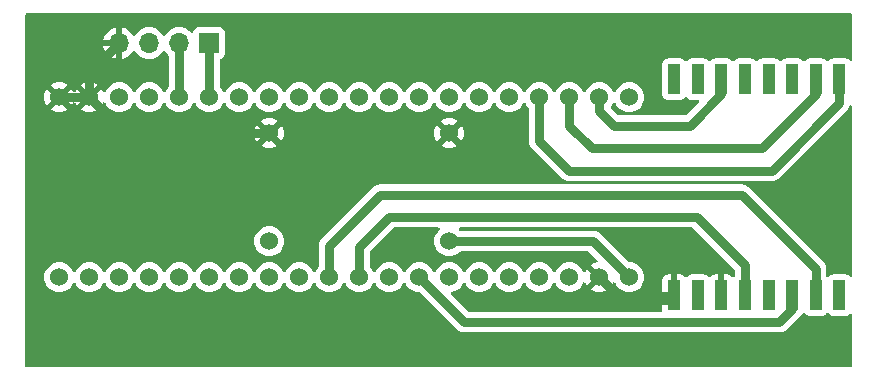
<source format=gbr>
%TF.GenerationSoftware,KiCad,Pcbnew,7.0.8*%
%TF.CreationDate,2024-02-22T16:14:18-05:00*%
%TF.ProjectId,Transmitter,5472616e-736d-4697-9474-65722e6b6963,rev?*%
%TF.SameCoordinates,PX6a45cf8PY6a7cfc8*%
%TF.FileFunction,Copper,L2,Bot*%
%TF.FilePolarity,Positive*%
%FSLAX46Y46*%
G04 Gerber Fmt 4.6, Leading zero omitted, Abs format (unit mm)*
G04 Created by KiCad (PCBNEW 7.0.8) date 2024-02-22 16:14:18*
%MOMM*%
%LPD*%
G01*
G04 APERTURE LIST*
%TA.AperFunction,ComponentPad*%
%ADD10R,1.000000X2.500000*%
%TD*%
%TA.AperFunction,ComponentPad*%
%ADD11R,1.700000X1.700000*%
%TD*%
%TA.AperFunction,ComponentPad*%
%ADD12O,1.700000X1.700000*%
%TD*%
%TA.AperFunction,ComponentPad*%
%ADD13C,1.524000*%
%TD*%
%TA.AperFunction,Conductor*%
%ADD14C,0.750000*%
%TD*%
G04 APERTURE END LIST*
D10*
%TO.P,U2,1,RESET*%
%TO.N,/RESET*%
X68925000Y24412000D03*
%TO.P,U2,2,DIO0*%
%TO.N,/INTER*%
X66925000Y24412000D03*
%TO.P,U2,3,DIO1*%
%TO.N,unconnected-(U2-DIO1-Pad3)*%
X64925000Y24412000D03*
%TO.P,U2,4,DIO2*%
%TO.N,unconnected-(U2-DIO2-Pad4)*%
X62925000Y24412000D03*
%TO.P,U2,5,DIO3*%
%TO.N,unconnected-(U2-DIO3-Pad5)*%
X60925000Y24412000D03*
%TO.P,U2,6,DIO4*%
%TO.N,/AUX*%
X58925000Y24412000D03*
%TO.P,U2,7,DIO5*%
%TO.N,unconnected-(U2-DIO5-Pad7)*%
X56925000Y24412000D03*
%TO.P,U2,8,3.3V*%
%TO.N,+3V3*%
X54925000Y24412000D03*
%TO.P,U2,9,GND*%
%TO.N,GND*%
X54925000Y6124000D03*
%TO.P,U2,10,ANA*%
%TO.N,unconnected-(U2-ANA-Pad10)*%
X56925000Y6124000D03*
%TO.P,U2,11,GND*%
%TO.N,GND*%
X58925000Y6124000D03*
%TO.P,U2,12,SCK*%
%TO.N,/SCK*%
X60925000Y6124000D03*
%TO.P,U2,13,MISO*%
%TO.N,/MISO*%
X62925000Y6124000D03*
%TO.P,U2,14,MOSI*%
%TO.N,/MOSI*%
X64925000Y6124000D03*
%TO.P,U2,15,NSS*%
%TO.N,/NSS*%
X66925000Y6124000D03*
%TO.P,U2,16,NC*%
%TO.N,unconnected-(U2-NC-Pad16)*%
X68925000Y6124000D03*
%TD*%
D11*
%TO.P,J2,1,Pin_1*%
%TO.N,/PPM OUT*%
X15565000Y27460000D03*
D12*
%TO.P,J2,2,Pin_2*%
%TO.N,/PPM IN*%
X13025000Y27460000D03*
%TO.P,J2,3,Pin_3*%
%TO.N,+BATT*%
X10485000Y27460000D03*
%TO.P,J2,4,Pin_4*%
%TO.N,GND*%
X7945000Y27460000D03*
%TD*%
D13*
%TO.P,U3,3V3,3.3V*%
%TO.N,+3V3*%
X51130000Y7648000D03*
X7950000Y22888000D03*
%TO.P,U3,5V,5V*%
%TO.N,unconnected-(U3-Pad5V)*%
X46050000Y7648000D03*
%TO.P,U3,G,GND*%
%TO.N,GND*%
X48590000Y7648000D03*
X2870000Y22888000D03*
X5410000Y22888000D03*
%TO.P,U3,NRST,RESET*%
%TO.N,unconnected-(U3-RESET-PadNRST)*%
X10490000Y22888000D03*
%TO.P,U3,PA0,PA0*%
%TO.N,unconnected-(U3-PadPA0)*%
X40970000Y22888000D03*
%TO.P,U3,PA1,PA1*%
%TO.N,unconnected-(U3-PadPA1)*%
X38430000Y22888000D03*
%TO.P,U3,PA2,PA2*%
%TO.N,unconnected-(U3-PadPA2)*%
X35890000Y22888000D03*
%TO.P,U3,PA3,PA3*%
%TO.N,unconnected-(U3-PadPA3)*%
X33350000Y22888000D03*
%TO.P,U3,PA4,PA4*%
%TO.N,unconnected-(U3-PadPA4)*%
X30810000Y22888000D03*
%TO.P,U3,PA5,PA5*%
%TO.N,unconnected-(U3-PadPA5)*%
X28270000Y22888000D03*
%TO.P,U3,PA6,PA6*%
%TO.N,unconnected-(U3-PadPA6)*%
X25730000Y22888000D03*
%TO.P,U3,PA7,PA7*%
%TO.N,unconnected-(U3-PadPA7)*%
X23190000Y22888000D03*
%TO.P,U3,PA8,PA8*%
%TO.N,unconnected-(U3-PadPA8)*%
X13030000Y7648000D03*
%TO.P,U3,PA9,PA9*%
%TO.N,unconnected-(U3-PadPA9)*%
X15570000Y7648000D03*
%TO.P,U3,PA10,PA10*%
%TO.N,unconnected-(U3-PadPA10)*%
X18110000Y7648000D03*
%TO.P,U3,PA11,PA11*%
%TO.N,unconnected-(U3-PadPA11)*%
X20650000Y7648000D03*
%TO.P,U3,PA12,PA12*%
%TO.N,unconnected-(U3-PadPA12)*%
X23190000Y7648000D03*
%TO.P,U3,PA15,PA15*%
%TO.N,/NSS*%
X25730000Y7648000D03*
%TO.P,U3,PB0,PB0*%
%TO.N,unconnected-(U3-PadPB0)*%
X20650000Y22888000D03*
%TO.P,U3,PB1,PB1*%
%TO.N,unconnected-(U3-PadPB1)*%
X18110000Y22888000D03*
%TO.P,U3,PB3,PB3*%
%TO.N,/SCK*%
X28270000Y7648000D03*
%TO.P,U3,PB4,PB4*%
%TO.N,/MISO*%
X30810000Y7648000D03*
%TO.P,U3,PB5,PB5*%
%TO.N,/MOSI*%
X33350000Y7648000D03*
%TO.P,U3,PB6,PB6*%
%TO.N,unconnected-(U3-PadPB6)*%
X35890000Y7648000D03*
%TO.P,U3,PB7,PB7*%
%TO.N,unconnected-(U3-PadPB7)*%
X38430000Y7648000D03*
%TO.P,U3,PB8,PB8*%
%TO.N,unconnected-(U3-PadPB8)*%
X40970000Y7648000D03*
%TO.P,U3,PB9,PB9*%
%TO.N,unconnected-(U3-PadPB9)*%
X43510000Y7648000D03*
%TO.P,U3,PB10,PB10*%
%TO.N,/PPM OUT*%
X15570000Y22888000D03*
%TO.P,U3,PB11,PB11*%
%TO.N,/PPM IN*%
X13030000Y22888000D03*
%TO.P,U3,PB12,PB12*%
%TO.N,unconnected-(U3-PadPB12)*%
X2870000Y7648000D03*
%TO.P,U3,PB13,PB13*%
%TO.N,unconnected-(U3-PadPB13)*%
X5410000Y7648000D03*
%TO.P,U3,PB14,PB14*%
%TO.N,unconnected-(U3-PadPB14)*%
X7950000Y7648000D03*
%TO.P,U3,PB15,PB15*%
%TO.N,unconnected-(U3-PadPB15)*%
X10490000Y7648000D03*
%TO.P,U3,PC13,PC13*%
%TO.N,/AUX*%
X48590000Y22888000D03*
%TO.P,U3,PC14,PC14*%
%TO.N,/INTER*%
X46050000Y22888000D03*
%TO.P,U3,PC15,PC15*%
%TO.N,/RESET*%
X43510000Y22888000D03*
%TO.P,U3,VBAT,Vbat*%
%TO.N,unconnected-(U3-Vbat-PadVBAT)*%
X51130000Y22888000D03*
%TD*%
%TO.P,U1,1,GND*%
%TO.N,GND*%
X20645000Y19840000D03*
%TO.P,U1,2,IN*%
%TO.N,+BATT*%
X20645000Y10696000D03*
%TO.P,U1,3,GND*%
%TO.N,GND*%
X35885000Y19840000D03*
%TO.P,U1,4,OUT*%
%TO.N,+3V3*%
X35885000Y10696000D03*
%TD*%
D14*
%TO.N,/PPM OUT*%
X15565000Y27460000D02*
X15565000Y22893000D01*
X15565000Y22893000D02*
X15570000Y22888000D01*
%TO.N,/PPM IN*%
X13030000Y22888000D02*
X13030000Y27455000D01*
X13030000Y27455000D02*
X13025000Y27460000D01*
%TO.N,GND*%
X5410000Y22888000D02*
X5410000Y24925000D01*
X54500000Y5743000D02*
X50495000Y5743000D01*
X54925000Y6168000D02*
X54500000Y5743000D01*
X20645000Y19840000D02*
X8458000Y19840000D01*
X2870000Y22888000D02*
X5410000Y22888000D01*
X5410000Y24925000D02*
X7945000Y27460000D01*
X50495000Y5743000D02*
X48590000Y7648000D01*
X8458000Y19840000D02*
X5410000Y22888000D01*
%TO.N,+3V3*%
X35885000Y10696000D02*
X48082000Y10696000D01*
X48082000Y10696000D02*
X51130000Y7648000D01*
%TO.N,/RESET*%
X63190000Y16665000D02*
X46045000Y16665000D01*
X46045000Y16665000D02*
X43510000Y19200000D01*
X68925000Y24368000D02*
X68925000Y22400000D01*
X68925000Y22400000D02*
X63190000Y16665000D01*
X43510000Y19200000D02*
X43510000Y22888000D01*
%TO.N,/INTER*%
X47950000Y18570000D02*
X46050000Y20470000D01*
X62377000Y18570000D02*
X47950000Y18570000D01*
X46050000Y20470000D02*
X46050000Y22888000D01*
X66925000Y24368000D02*
X66925000Y23118000D01*
X66925000Y23118000D02*
X62377000Y18570000D01*
%TO.N,/AUX*%
X58925000Y23118000D02*
X56282000Y20475000D01*
X56282000Y20475000D02*
X49855000Y20475000D01*
X49855000Y20475000D02*
X48590000Y21740000D01*
X48590000Y21740000D02*
X48590000Y22888000D01*
X58925000Y24368000D02*
X58925000Y23118000D01*
%TO.N,/SCK*%
X28270000Y10188000D02*
X28270000Y7648000D01*
X60925000Y8648000D02*
X56845000Y12728000D01*
X60925000Y6168000D02*
X60925000Y8648000D01*
X30810000Y12728000D02*
X28270000Y10188000D01*
X56845000Y12728000D02*
X30810000Y12728000D01*
%TO.N,/MOSI*%
X33350000Y7648000D02*
X37160000Y3838000D01*
X37160000Y3838000D02*
X63830000Y3838000D01*
X64925000Y4933000D02*
X64925000Y6168000D01*
X63830000Y3838000D02*
X64925000Y4933000D01*
%TO.N,/NSS*%
X25730000Y10320000D02*
X30043000Y14633000D01*
X60655000Y14633000D02*
X66925000Y8363000D01*
X25730000Y7648000D02*
X25730000Y10320000D01*
X66925000Y8363000D02*
X66925000Y6168000D01*
X30043000Y14633000D02*
X60655000Y14633000D01*
%TO.N,unconnected-(U3-PadPA0)*%
X40980000Y22898000D02*
X40970000Y22888000D01*
%TD*%
%TA.AperFunction,Conductor*%
%TO.N,GND*%
G36*
X69942539Y29979815D02*
G01*
X69988294Y29927011D01*
X69999500Y29875500D01*
X69999500Y26101954D01*
X69979815Y26034915D01*
X69927011Y25989160D01*
X69857853Y25979216D01*
X69794297Y26008241D01*
X69787819Y26014273D01*
X69782544Y26019548D01*
X69667335Y26105794D01*
X69667328Y26105798D01*
X69532482Y26156092D01*
X69532483Y26156092D01*
X69472883Y26162499D01*
X69472881Y26162500D01*
X69472873Y26162500D01*
X69472864Y26162500D01*
X68377129Y26162500D01*
X68377123Y26162499D01*
X68317516Y26156092D01*
X68182671Y26105798D01*
X68182664Y26105794D01*
X68067455Y26019548D01*
X68024266Y25961855D01*
X67968332Y25919985D01*
X67898640Y25915001D01*
X67837317Y25948487D01*
X67825734Y25961855D01*
X67786493Y26014273D01*
X67782546Y26019546D01*
X67782544Y26019547D01*
X67782544Y26019548D01*
X67667335Y26105794D01*
X67667328Y26105798D01*
X67532482Y26156092D01*
X67532483Y26156092D01*
X67472883Y26162499D01*
X67472881Y26162500D01*
X67472873Y26162500D01*
X67472864Y26162500D01*
X66377129Y26162500D01*
X66377123Y26162499D01*
X66317516Y26156092D01*
X66182671Y26105798D01*
X66182664Y26105794D01*
X66067455Y26019548D01*
X66024266Y25961855D01*
X65968332Y25919985D01*
X65898640Y25915001D01*
X65837317Y25948487D01*
X65825734Y25961855D01*
X65786493Y26014273D01*
X65782546Y26019546D01*
X65782544Y26019547D01*
X65782544Y26019548D01*
X65667335Y26105794D01*
X65667328Y26105798D01*
X65532482Y26156092D01*
X65532483Y26156092D01*
X65472883Y26162499D01*
X65472881Y26162500D01*
X65472873Y26162500D01*
X65472864Y26162500D01*
X64377129Y26162500D01*
X64377123Y26162499D01*
X64317516Y26156092D01*
X64182671Y26105798D01*
X64182664Y26105794D01*
X64067455Y26019548D01*
X64024266Y25961855D01*
X63968332Y25919985D01*
X63898640Y25915001D01*
X63837317Y25948487D01*
X63825734Y25961855D01*
X63786493Y26014273D01*
X63782546Y26019546D01*
X63782544Y26019547D01*
X63782544Y26019548D01*
X63667335Y26105794D01*
X63667328Y26105798D01*
X63532482Y26156092D01*
X63532483Y26156092D01*
X63472883Y26162499D01*
X63472881Y26162500D01*
X63472873Y26162500D01*
X63472864Y26162500D01*
X62377129Y26162500D01*
X62377123Y26162499D01*
X62317516Y26156092D01*
X62182671Y26105798D01*
X62182664Y26105794D01*
X62067455Y26019548D01*
X62024266Y25961855D01*
X61968332Y25919985D01*
X61898640Y25915001D01*
X61837317Y25948487D01*
X61825734Y25961855D01*
X61786493Y26014273D01*
X61782546Y26019546D01*
X61782544Y26019547D01*
X61782544Y26019548D01*
X61667335Y26105794D01*
X61667328Y26105798D01*
X61532482Y26156092D01*
X61532483Y26156092D01*
X61472883Y26162499D01*
X61472881Y26162500D01*
X61472873Y26162500D01*
X61472864Y26162500D01*
X60377129Y26162500D01*
X60377123Y26162499D01*
X60317516Y26156092D01*
X60182671Y26105798D01*
X60182664Y26105794D01*
X60067455Y26019548D01*
X60024266Y25961855D01*
X59968332Y25919985D01*
X59898640Y25915001D01*
X59837317Y25948487D01*
X59825734Y25961855D01*
X59786493Y26014273D01*
X59782546Y26019546D01*
X59782544Y26019547D01*
X59782544Y26019548D01*
X59667335Y26105794D01*
X59667328Y26105798D01*
X59532482Y26156092D01*
X59532483Y26156092D01*
X59472883Y26162499D01*
X59472881Y26162500D01*
X59472873Y26162500D01*
X59472864Y26162500D01*
X58377129Y26162500D01*
X58377123Y26162499D01*
X58317516Y26156092D01*
X58182671Y26105798D01*
X58182664Y26105794D01*
X58067455Y26019548D01*
X58024266Y25961855D01*
X57968332Y25919985D01*
X57898640Y25915001D01*
X57837317Y25948487D01*
X57825734Y25961855D01*
X57786493Y26014273D01*
X57782546Y26019546D01*
X57782544Y26019547D01*
X57782544Y26019548D01*
X57667335Y26105794D01*
X57667328Y26105798D01*
X57532482Y26156092D01*
X57532483Y26156092D01*
X57472883Y26162499D01*
X57472881Y26162500D01*
X57472873Y26162500D01*
X57472864Y26162500D01*
X56377129Y26162500D01*
X56377123Y26162499D01*
X56317516Y26156092D01*
X56182671Y26105798D01*
X56182664Y26105794D01*
X56067455Y26019548D01*
X56024266Y25961855D01*
X55968332Y25919985D01*
X55898640Y25915001D01*
X55837317Y25948487D01*
X55825734Y25961855D01*
X55786493Y26014273D01*
X55782546Y26019546D01*
X55782544Y26019547D01*
X55782544Y26019548D01*
X55667335Y26105794D01*
X55667328Y26105798D01*
X55532482Y26156092D01*
X55532483Y26156092D01*
X55472883Y26162499D01*
X55472881Y26162500D01*
X55472873Y26162500D01*
X55472864Y26162500D01*
X54377129Y26162500D01*
X54377123Y26162499D01*
X54317516Y26156092D01*
X54182671Y26105798D01*
X54182664Y26105794D01*
X54067455Y26019548D01*
X54067452Y26019545D01*
X53981206Y25904336D01*
X53981202Y25904329D01*
X53930908Y25769483D01*
X53924501Y25709884D01*
X53924500Y25709865D01*
X53924500Y23114130D01*
X53924501Y23114124D01*
X53930908Y23054517D01*
X53981202Y22919672D01*
X53981206Y22919665D01*
X54067452Y22804456D01*
X54067455Y22804453D01*
X54182664Y22718207D01*
X54182671Y22718203D01*
X54317517Y22667909D01*
X54317516Y22667909D01*
X54324444Y22667165D01*
X54377127Y22661500D01*
X55472872Y22661501D01*
X55532483Y22667909D01*
X55667331Y22718204D01*
X55782546Y22804454D01*
X55825734Y22862146D01*
X55881667Y22904016D01*
X55951359Y22909000D01*
X56012682Y22875515D01*
X56024263Y22862150D01*
X56067454Y22804454D01*
X56091124Y22786735D01*
X56182664Y22718207D01*
X56182671Y22718203D01*
X56317517Y22667909D01*
X56317516Y22667909D01*
X56324444Y22667165D01*
X56377127Y22661500D01*
X56930994Y22661501D01*
X56998032Y22641817D01*
X57043787Y22589013D01*
X57053731Y22519854D01*
X57024706Y22456298D01*
X57018674Y22449820D01*
X55955675Y21386819D01*
X55894352Y21353334D01*
X55867994Y21350500D01*
X50269006Y21350500D01*
X50201967Y21370185D01*
X50181325Y21386819D01*
X49607192Y21960952D01*
X49573707Y22022275D01*
X49578691Y22091967D01*
X49593293Y22119749D01*
X49687534Y22254338D01*
X49747618Y22383189D01*
X49793790Y22435629D01*
X49860983Y22454781D01*
X49927865Y22434565D01*
X49972382Y22383189D01*
X50032464Y22254342D01*
X50032468Y22254334D01*
X50159170Y22073385D01*
X50159175Y22073379D01*
X50315378Y21917176D01*
X50315384Y21917171D01*
X50496333Y21790469D01*
X50496335Y21790468D01*
X50496338Y21790466D01*
X50696550Y21697106D01*
X50909932Y21639930D01*
X51067123Y21626178D01*
X51129998Y21620677D01*
X51130000Y21620677D01*
X51130002Y21620677D01*
X51185017Y21625491D01*
X51350068Y21639930D01*
X51563450Y21697106D01*
X51763662Y21790466D01*
X51944620Y21917174D01*
X52100826Y22073380D01*
X52227534Y22254338D01*
X52320894Y22454550D01*
X52378070Y22667932D01*
X52397323Y22888000D01*
X52394552Y22919669D01*
X52378070Y23108063D01*
X52378070Y23108068D01*
X52320894Y23321450D01*
X52227534Y23521661D01*
X52100826Y23702620D01*
X51944620Y23858826D01*
X51944616Y23858829D01*
X51944615Y23858830D01*
X51763666Y23985532D01*
X51763662Y23985534D01*
X51763660Y23985535D01*
X51563450Y24078894D01*
X51563447Y24078895D01*
X51563445Y24078896D01*
X51350070Y24136070D01*
X51350062Y24136071D01*
X51130002Y24155323D01*
X51129998Y24155323D01*
X50909937Y24136071D01*
X50909929Y24136070D01*
X50696554Y24078896D01*
X50696548Y24078893D01*
X50496340Y23985535D01*
X50496338Y23985534D01*
X50315377Y23858825D01*
X50159175Y23702623D01*
X50032466Y23521662D01*
X50032465Y23521660D01*
X49972382Y23392811D01*
X49926209Y23340372D01*
X49859016Y23321220D01*
X49792135Y23341436D01*
X49747618Y23392811D01*
X49687652Y23521407D01*
X49687534Y23521661D01*
X49560826Y23702620D01*
X49404620Y23858826D01*
X49404616Y23858829D01*
X49404615Y23858830D01*
X49223666Y23985532D01*
X49223662Y23985534D01*
X49223660Y23985535D01*
X49023450Y24078894D01*
X49023447Y24078895D01*
X49023445Y24078896D01*
X48810070Y24136070D01*
X48810062Y24136071D01*
X48590002Y24155323D01*
X48589998Y24155323D01*
X48369937Y24136071D01*
X48369929Y24136070D01*
X48156554Y24078896D01*
X48156548Y24078893D01*
X47956340Y23985535D01*
X47956338Y23985534D01*
X47775377Y23858825D01*
X47619175Y23702623D01*
X47492466Y23521662D01*
X47492465Y23521660D01*
X47432382Y23392811D01*
X47386209Y23340372D01*
X47319016Y23321220D01*
X47252135Y23341436D01*
X47207618Y23392811D01*
X47147652Y23521407D01*
X47147534Y23521661D01*
X47020826Y23702620D01*
X46864620Y23858826D01*
X46864616Y23858829D01*
X46864615Y23858830D01*
X46683666Y23985532D01*
X46683662Y23985534D01*
X46683660Y23985535D01*
X46483450Y24078894D01*
X46483447Y24078895D01*
X46483445Y24078896D01*
X46270070Y24136070D01*
X46270062Y24136071D01*
X46050002Y24155323D01*
X46049998Y24155323D01*
X45829937Y24136071D01*
X45829929Y24136070D01*
X45616554Y24078896D01*
X45616548Y24078893D01*
X45416340Y23985535D01*
X45416338Y23985534D01*
X45235377Y23858825D01*
X45079175Y23702623D01*
X44952466Y23521662D01*
X44952465Y23521660D01*
X44892382Y23392811D01*
X44846209Y23340372D01*
X44779016Y23321220D01*
X44712135Y23341436D01*
X44667618Y23392811D01*
X44607652Y23521407D01*
X44607534Y23521661D01*
X44480826Y23702620D01*
X44324620Y23858826D01*
X44324616Y23858829D01*
X44324615Y23858830D01*
X44143666Y23985532D01*
X44143662Y23985534D01*
X44143660Y23985535D01*
X43943450Y24078894D01*
X43943447Y24078895D01*
X43943445Y24078896D01*
X43730070Y24136070D01*
X43730062Y24136071D01*
X43510002Y24155323D01*
X43509998Y24155323D01*
X43289937Y24136071D01*
X43289929Y24136070D01*
X43076554Y24078896D01*
X43076548Y24078893D01*
X42876340Y23985535D01*
X42876338Y23985534D01*
X42695377Y23858825D01*
X42539175Y23702623D01*
X42412466Y23521662D01*
X42412465Y23521660D01*
X42352382Y23392811D01*
X42306209Y23340372D01*
X42239016Y23321220D01*
X42172135Y23341436D01*
X42127618Y23392811D01*
X42067652Y23521407D01*
X42067534Y23521661D01*
X41940826Y23702620D01*
X41784620Y23858826D01*
X41784616Y23858829D01*
X41784615Y23858830D01*
X41603666Y23985532D01*
X41603662Y23985534D01*
X41603660Y23985535D01*
X41403450Y24078894D01*
X41403447Y24078895D01*
X41403445Y24078896D01*
X41190070Y24136070D01*
X41190062Y24136071D01*
X40970002Y24155323D01*
X40969998Y24155323D01*
X40749937Y24136071D01*
X40749929Y24136070D01*
X40536554Y24078896D01*
X40536548Y24078893D01*
X40336340Y23985535D01*
X40336338Y23985534D01*
X40155377Y23858825D01*
X39999175Y23702623D01*
X39872466Y23521662D01*
X39872465Y23521660D01*
X39812382Y23392811D01*
X39766209Y23340372D01*
X39699016Y23321220D01*
X39632135Y23341436D01*
X39587618Y23392811D01*
X39527652Y23521407D01*
X39527534Y23521661D01*
X39400826Y23702620D01*
X39244620Y23858826D01*
X39244616Y23858829D01*
X39244615Y23858830D01*
X39063666Y23985532D01*
X39063662Y23985534D01*
X39063660Y23985535D01*
X38863450Y24078894D01*
X38863447Y24078895D01*
X38863445Y24078896D01*
X38650070Y24136070D01*
X38650062Y24136071D01*
X38430002Y24155323D01*
X38429998Y24155323D01*
X38209937Y24136071D01*
X38209929Y24136070D01*
X37996554Y24078896D01*
X37996548Y24078893D01*
X37796340Y23985535D01*
X37796338Y23985534D01*
X37615377Y23858825D01*
X37459175Y23702623D01*
X37332466Y23521662D01*
X37332465Y23521660D01*
X37272382Y23392811D01*
X37226209Y23340372D01*
X37159016Y23321220D01*
X37092135Y23341436D01*
X37047618Y23392811D01*
X36987652Y23521407D01*
X36987534Y23521661D01*
X36860826Y23702620D01*
X36704620Y23858826D01*
X36704616Y23858829D01*
X36704615Y23858830D01*
X36523666Y23985532D01*
X36523662Y23985534D01*
X36523660Y23985535D01*
X36323450Y24078894D01*
X36323447Y24078895D01*
X36323445Y24078896D01*
X36110070Y24136070D01*
X36110062Y24136071D01*
X35890002Y24155323D01*
X35889998Y24155323D01*
X35669937Y24136071D01*
X35669929Y24136070D01*
X35456554Y24078896D01*
X35456548Y24078893D01*
X35256340Y23985535D01*
X35256338Y23985534D01*
X35075377Y23858825D01*
X34919175Y23702623D01*
X34792466Y23521662D01*
X34792465Y23521660D01*
X34732382Y23392811D01*
X34686209Y23340372D01*
X34619016Y23321220D01*
X34552135Y23341436D01*
X34507618Y23392811D01*
X34447652Y23521407D01*
X34447534Y23521661D01*
X34320826Y23702620D01*
X34164620Y23858826D01*
X34164616Y23858829D01*
X34164615Y23858830D01*
X33983666Y23985532D01*
X33983662Y23985534D01*
X33983660Y23985535D01*
X33783450Y24078894D01*
X33783447Y24078895D01*
X33783445Y24078896D01*
X33570070Y24136070D01*
X33570062Y24136071D01*
X33350002Y24155323D01*
X33349998Y24155323D01*
X33129937Y24136071D01*
X33129929Y24136070D01*
X32916554Y24078896D01*
X32916548Y24078893D01*
X32716340Y23985535D01*
X32716338Y23985534D01*
X32535377Y23858825D01*
X32379175Y23702623D01*
X32252466Y23521662D01*
X32252465Y23521660D01*
X32192382Y23392811D01*
X32146209Y23340372D01*
X32079016Y23321220D01*
X32012135Y23341436D01*
X31967618Y23392811D01*
X31907652Y23521407D01*
X31907534Y23521661D01*
X31780826Y23702620D01*
X31624620Y23858826D01*
X31624616Y23858829D01*
X31624615Y23858830D01*
X31443666Y23985532D01*
X31443662Y23985534D01*
X31443660Y23985535D01*
X31243450Y24078894D01*
X31243447Y24078895D01*
X31243445Y24078896D01*
X31030070Y24136070D01*
X31030062Y24136071D01*
X30810002Y24155323D01*
X30809998Y24155323D01*
X30589937Y24136071D01*
X30589929Y24136070D01*
X30376554Y24078896D01*
X30376548Y24078893D01*
X30176340Y23985535D01*
X30176338Y23985534D01*
X29995377Y23858825D01*
X29839175Y23702623D01*
X29712466Y23521662D01*
X29712465Y23521660D01*
X29652382Y23392811D01*
X29606209Y23340372D01*
X29539016Y23321220D01*
X29472135Y23341436D01*
X29427618Y23392811D01*
X29367652Y23521407D01*
X29367534Y23521661D01*
X29240826Y23702620D01*
X29084620Y23858826D01*
X29084616Y23858829D01*
X29084615Y23858830D01*
X28903666Y23985532D01*
X28903662Y23985534D01*
X28903660Y23985535D01*
X28703450Y24078894D01*
X28703447Y24078895D01*
X28703445Y24078896D01*
X28490070Y24136070D01*
X28490062Y24136071D01*
X28270002Y24155323D01*
X28269998Y24155323D01*
X28049937Y24136071D01*
X28049929Y24136070D01*
X27836554Y24078896D01*
X27836548Y24078893D01*
X27636340Y23985535D01*
X27636338Y23985534D01*
X27455377Y23858825D01*
X27299175Y23702623D01*
X27172466Y23521662D01*
X27172465Y23521660D01*
X27112382Y23392811D01*
X27066209Y23340372D01*
X26999016Y23321220D01*
X26932135Y23341436D01*
X26887618Y23392811D01*
X26827652Y23521407D01*
X26827534Y23521661D01*
X26700826Y23702620D01*
X26544620Y23858826D01*
X26544616Y23858829D01*
X26544615Y23858830D01*
X26363666Y23985532D01*
X26363662Y23985534D01*
X26363660Y23985535D01*
X26163450Y24078894D01*
X26163447Y24078895D01*
X26163445Y24078896D01*
X25950070Y24136070D01*
X25950062Y24136071D01*
X25730002Y24155323D01*
X25729998Y24155323D01*
X25509937Y24136071D01*
X25509929Y24136070D01*
X25296554Y24078896D01*
X25296548Y24078893D01*
X25096340Y23985535D01*
X25096338Y23985534D01*
X24915377Y23858825D01*
X24759175Y23702623D01*
X24632466Y23521662D01*
X24632465Y23521660D01*
X24572382Y23392811D01*
X24526209Y23340372D01*
X24459016Y23321220D01*
X24392135Y23341436D01*
X24347618Y23392811D01*
X24287652Y23521407D01*
X24287534Y23521661D01*
X24160826Y23702620D01*
X24004620Y23858826D01*
X24004616Y23858829D01*
X24004615Y23858830D01*
X23823666Y23985532D01*
X23823662Y23985534D01*
X23823660Y23985535D01*
X23623450Y24078894D01*
X23623447Y24078895D01*
X23623445Y24078896D01*
X23410070Y24136070D01*
X23410062Y24136071D01*
X23190002Y24155323D01*
X23189998Y24155323D01*
X22969937Y24136071D01*
X22969929Y24136070D01*
X22756554Y24078896D01*
X22756548Y24078893D01*
X22556340Y23985535D01*
X22556338Y23985534D01*
X22375377Y23858825D01*
X22219175Y23702623D01*
X22092466Y23521662D01*
X22092465Y23521660D01*
X22032382Y23392811D01*
X21986209Y23340372D01*
X21919016Y23321220D01*
X21852135Y23341436D01*
X21807618Y23392811D01*
X21747652Y23521407D01*
X21747534Y23521661D01*
X21620826Y23702620D01*
X21464620Y23858826D01*
X21464616Y23858829D01*
X21464615Y23858830D01*
X21283666Y23985532D01*
X21283662Y23985534D01*
X21283660Y23985535D01*
X21083450Y24078894D01*
X21083447Y24078895D01*
X21083445Y24078896D01*
X20870070Y24136070D01*
X20870062Y24136071D01*
X20650002Y24155323D01*
X20649998Y24155323D01*
X20429937Y24136071D01*
X20429929Y24136070D01*
X20216554Y24078896D01*
X20216548Y24078893D01*
X20016340Y23985535D01*
X20016338Y23985534D01*
X19835377Y23858825D01*
X19679175Y23702623D01*
X19552466Y23521662D01*
X19552465Y23521660D01*
X19492382Y23392811D01*
X19446209Y23340372D01*
X19379016Y23321220D01*
X19312135Y23341436D01*
X19267618Y23392811D01*
X19207652Y23521407D01*
X19207534Y23521661D01*
X19080826Y23702620D01*
X18924620Y23858826D01*
X18924616Y23858829D01*
X18924615Y23858830D01*
X18743666Y23985532D01*
X18743662Y23985534D01*
X18743660Y23985535D01*
X18543450Y24078894D01*
X18543447Y24078895D01*
X18543445Y24078896D01*
X18330070Y24136070D01*
X18330062Y24136071D01*
X18110002Y24155323D01*
X18109998Y24155323D01*
X17889937Y24136071D01*
X17889929Y24136070D01*
X17676554Y24078896D01*
X17676548Y24078893D01*
X17476340Y23985535D01*
X17476338Y23985534D01*
X17295377Y23858825D01*
X17139175Y23702623D01*
X17012466Y23521662D01*
X17012465Y23521660D01*
X16952382Y23392811D01*
X16906209Y23340372D01*
X16839016Y23321220D01*
X16772135Y23341436D01*
X16727618Y23392811D01*
X16667652Y23521407D01*
X16667534Y23521661D01*
X16540826Y23702620D01*
X16540824Y23702623D01*
X16476819Y23766628D01*
X16443334Y23827951D01*
X16440500Y23854309D01*
X16440500Y25999236D01*
X16460185Y26066275D01*
X16512989Y26112030D01*
X16521167Y26115418D01*
X16600142Y26144875D01*
X16657331Y26166204D01*
X16772546Y26252454D01*
X16858796Y26367669D01*
X16909091Y26502517D01*
X16915500Y26562127D01*
X16915499Y28357872D01*
X16909091Y28417483D01*
X16907810Y28420917D01*
X16858797Y28552329D01*
X16858793Y28552336D01*
X16772547Y28667545D01*
X16772544Y28667548D01*
X16657335Y28753794D01*
X16657328Y28753798D01*
X16522482Y28804092D01*
X16522483Y28804092D01*
X16462883Y28810499D01*
X16462881Y28810500D01*
X16462873Y28810500D01*
X16462864Y28810500D01*
X14667129Y28810500D01*
X14667123Y28810499D01*
X14607516Y28804092D01*
X14472671Y28753798D01*
X14472664Y28753794D01*
X14357455Y28667548D01*
X14357452Y28667545D01*
X14271206Y28552336D01*
X14271203Y28552331D01*
X14222189Y28420917D01*
X14180317Y28364984D01*
X14114853Y28340567D01*
X14046580Y28355419D01*
X14018326Y28376570D01*
X13896402Y28498494D01*
X13896395Y28498499D01*
X13702834Y28634033D01*
X13702830Y28634035D01*
X13702828Y28634036D01*
X13488663Y28733903D01*
X13488659Y28733904D01*
X13488655Y28733906D01*
X13260413Y28795062D01*
X13260403Y28795064D01*
X13025001Y28815659D01*
X13024999Y28815659D01*
X12789596Y28795064D01*
X12789586Y28795062D01*
X12561344Y28733906D01*
X12561335Y28733902D01*
X12347171Y28634036D01*
X12347169Y28634035D01*
X12153597Y28498495D01*
X11986505Y28331403D01*
X11856575Y28145842D01*
X11801998Y28102217D01*
X11732500Y28095023D01*
X11670145Y28126546D01*
X11653425Y28145842D01*
X11523494Y28331403D01*
X11356402Y28498494D01*
X11356395Y28498499D01*
X11162834Y28634033D01*
X11162830Y28634035D01*
X11162828Y28634036D01*
X10948663Y28733903D01*
X10948659Y28733904D01*
X10948655Y28733906D01*
X10720413Y28795062D01*
X10720403Y28795064D01*
X10485001Y28815659D01*
X10484999Y28815659D01*
X10249596Y28795064D01*
X10249586Y28795062D01*
X10021344Y28733906D01*
X10021335Y28733902D01*
X9807171Y28634036D01*
X9807169Y28634035D01*
X9613597Y28498495D01*
X9446508Y28331406D01*
X9316269Y28145405D01*
X9261692Y28101781D01*
X9192193Y28094588D01*
X9129839Y28126110D01*
X9113119Y28145406D01*
X8983113Y28331074D01*
X8983108Y28331080D01*
X8816082Y28498106D01*
X8622578Y28633601D01*
X8408492Y28733430D01*
X8408486Y28733433D01*
X8195000Y28790636D01*
X8195000Y27895502D01*
X8087315Y27944680D01*
X7980763Y27960000D01*
X7909237Y27960000D01*
X7802685Y27944680D01*
X7695000Y27895502D01*
X7695000Y28790636D01*
X7694999Y28790636D01*
X7481513Y28733433D01*
X7481507Y28733430D01*
X7267422Y28633601D01*
X7267420Y28633600D01*
X7073926Y28498114D01*
X7073920Y28498109D01*
X6906891Y28331080D01*
X6906886Y28331074D01*
X6771400Y28137580D01*
X6771399Y28137578D01*
X6671570Y27923493D01*
X6671567Y27923487D01*
X6614364Y27710001D01*
X6614364Y27710000D01*
X7511314Y27710000D01*
X7485507Y27669844D01*
X7445000Y27531889D01*
X7445000Y27388111D01*
X7485507Y27250156D01*
X7511314Y27210000D01*
X6614364Y27210000D01*
X6671567Y26996514D01*
X6671570Y26996508D01*
X6771399Y26782422D01*
X6906894Y26588918D01*
X7073917Y26421895D01*
X7267421Y26286400D01*
X7481507Y26186571D01*
X7481516Y26186567D01*
X7695000Y26129366D01*
X7695000Y27024499D01*
X7802685Y26975320D01*
X7909237Y26960000D01*
X7980763Y26960000D01*
X8087315Y26975320D01*
X8195000Y27024499D01*
X8195000Y26129367D01*
X8408483Y26186567D01*
X8408492Y26186571D01*
X8622578Y26286400D01*
X8816082Y26421895D01*
X8983105Y26588918D01*
X9113119Y26774595D01*
X9167696Y26818219D01*
X9237195Y26825412D01*
X9299549Y26793890D01*
X9316269Y26774595D01*
X9446505Y26588599D01*
X9613599Y26421505D01*
X9710384Y26353735D01*
X9807165Y26285968D01*
X9807167Y26285967D01*
X9807170Y26285965D01*
X10021337Y26186097D01*
X10249592Y26124937D01*
X10426034Y26109500D01*
X10484999Y26104341D01*
X10485000Y26104341D01*
X10485001Y26104341D01*
X10543966Y26109500D01*
X10720408Y26124937D01*
X10948663Y26186097D01*
X11162830Y26285965D01*
X11356401Y26421505D01*
X11523495Y26588599D01*
X11653425Y26774158D01*
X11708002Y26817783D01*
X11777500Y26824977D01*
X11839855Y26793454D01*
X11856575Y26774158D01*
X11986501Y26588604D01*
X11986506Y26588598D01*
X12118181Y26456923D01*
X12151666Y26395600D01*
X12154500Y26369242D01*
X12154500Y23849309D01*
X12134815Y23782270D01*
X12118181Y23761628D01*
X12059175Y23702623D01*
X11932466Y23521662D01*
X11932465Y23521660D01*
X11872382Y23392811D01*
X11826209Y23340372D01*
X11759016Y23321220D01*
X11692135Y23341436D01*
X11647618Y23392811D01*
X11587652Y23521407D01*
X11587534Y23521661D01*
X11460826Y23702620D01*
X11304620Y23858826D01*
X11304616Y23858829D01*
X11304615Y23858830D01*
X11123666Y23985532D01*
X11123662Y23985534D01*
X11123660Y23985535D01*
X10923450Y24078894D01*
X10923447Y24078895D01*
X10923445Y24078896D01*
X10710070Y24136070D01*
X10710062Y24136071D01*
X10490002Y24155323D01*
X10489998Y24155323D01*
X10269937Y24136071D01*
X10269929Y24136070D01*
X10056554Y24078896D01*
X10056548Y24078893D01*
X9856340Y23985535D01*
X9856338Y23985534D01*
X9675377Y23858825D01*
X9519175Y23702623D01*
X9392466Y23521662D01*
X9392465Y23521660D01*
X9332382Y23392811D01*
X9286209Y23340372D01*
X9219016Y23321220D01*
X9152135Y23341436D01*
X9107618Y23392811D01*
X9047652Y23521407D01*
X9047534Y23521661D01*
X8920826Y23702620D01*
X8764620Y23858826D01*
X8764616Y23858829D01*
X8764615Y23858830D01*
X8583666Y23985532D01*
X8583662Y23985534D01*
X8583660Y23985535D01*
X8383450Y24078894D01*
X8383447Y24078895D01*
X8383445Y24078896D01*
X8170070Y24136070D01*
X8170062Y24136071D01*
X7950002Y24155323D01*
X7949998Y24155323D01*
X7729937Y24136071D01*
X7729929Y24136070D01*
X7516554Y24078896D01*
X7516548Y24078893D01*
X7316340Y23985535D01*
X7316338Y23985534D01*
X7135377Y23858825D01*
X6979175Y23702623D01*
X6852467Y23521663D01*
X6852466Y23521661D01*
X6852348Y23521407D01*
X6792105Y23392218D01*
X6745932Y23339779D01*
X6678738Y23320628D01*
X6611857Y23340844D01*
X6567341Y23392220D01*
X6507100Y23521407D01*
X6507099Y23521409D01*
X6461740Y23586189D01*
X5854449Y22978899D01*
X5853673Y22989265D01*
X5804113Y23115541D01*
X5719535Y23221599D01*
X5607453Y23298016D01*
X5499699Y23331254D01*
X6108187Y23939742D01*
X6043409Y23985100D01*
X6043407Y23985101D01*
X5843284Y24078420D01*
X5843270Y24078425D01*
X5629986Y24135574D01*
X5629976Y24135576D01*
X5410001Y24154821D01*
X5409999Y24154821D01*
X5190023Y24135576D01*
X5190013Y24135574D01*
X4976729Y24078425D01*
X4976720Y24078421D01*
X4776586Y23985097D01*
X4711812Y23939743D01*
X4711811Y23939742D01*
X5321769Y23329785D01*
X5275862Y23322865D01*
X5153643Y23264007D01*
X5054202Y23171740D01*
X4986375Y23054260D01*
X4968500Y22975947D01*
X4358258Y23586189D01*
X4358257Y23586188D01*
X4312903Y23521414D01*
X4252382Y23391627D01*
X4206209Y23339188D01*
X4139016Y23320036D01*
X4072135Y23340252D01*
X4027618Y23391627D01*
X3967099Y23521410D01*
X3921740Y23586189D01*
X3314449Y22978899D01*
X3313673Y22989265D01*
X3264113Y23115541D01*
X3179535Y23221599D01*
X3067453Y23298016D01*
X2959699Y23331254D01*
X3568187Y23939742D01*
X3503409Y23985100D01*
X3503407Y23985101D01*
X3303284Y24078420D01*
X3303270Y24078425D01*
X3089986Y24135574D01*
X3089976Y24135576D01*
X2870001Y24154821D01*
X2869999Y24154821D01*
X2650023Y24135576D01*
X2650013Y24135574D01*
X2436729Y24078425D01*
X2436720Y24078421D01*
X2236586Y23985097D01*
X2171812Y23939743D01*
X2171811Y23939742D01*
X2781769Y23329785D01*
X2735862Y23322865D01*
X2613643Y23264007D01*
X2514202Y23171740D01*
X2446375Y23054260D01*
X2428500Y22975947D01*
X1818258Y23586189D01*
X1818257Y23586188D01*
X1772903Y23521414D01*
X1679579Y23321280D01*
X1679575Y23321271D01*
X1622426Y23107987D01*
X1622424Y23107977D01*
X1603179Y22888001D01*
X1603179Y22888000D01*
X1622424Y22668024D01*
X1622426Y22668014D01*
X1679575Y22454730D01*
X1679580Y22454716D01*
X1772899Y22254593D01*
X1772900Y22254591D01*
X1818258Y22189813D01*
X2425549Y22797105D01*
X2426327Y22786735D01*
X2475887Y22660459D01*
X2560465Y22554401D01*
X2672547Y22477984D01*
X2780299Y22444747D01*
X2171811Y21836259D01*
X2236582Y21790906D01*
X2236592Y21790900D01*
X2436715Y21697581D01*
X2436729Y21697576D01*
X2650013Y21640427D01*
X2650023Y21640425D01*
X2869999Y21621179D01*
X2870001Y21621179D01*
X3089976Y21640425D01*
X3089986Y21640427D01*
X3303270Y21697576D01*
X3303284Y21697581D01*
X3503408Y21790900D01*
X3503420Y21790907D01*
X3568186Y21836258D01*
X3568187Y21836260D01*
X2958232Y22446216D01*
X3004138Y22453135D01*
X3126357Y22511993D01*
X3225798Y22604260D01*
X3293625Y22721740D01*
X3311499Y22800054D01*
X3921740Y22189813D01*
X3921742Y22189814D01*
X3967093Y22254580D01*
X3967100Y22254592D01*
X4027618Y22384373D01*
X4073790Y22436813D01*
X4140983Y22455965D01*
X4207864Y22435750D01*
X4252382Y22384373D01*
X4312899Y22254593D01*
X4312900Y22254591D01*
X4358258Y22189813D01*
X4965549Y22797105D01*
X4966327Y22786735D01*
X5015887Y22660459D01*
X5100465Y22554401D01*
X5212547Y22477984D01*
X5320299Y22444747D01*
X4711811Y21836259D01*
X4776582Y21790906D01*
X4776592Y21790900D01*
X4976715Y21697581D01*
X4976729Y21697576D01*
X5190013Y21640427D01*
X5190023Y21640425D01*
X5409999Y21621179D01*
X5410001Y21621179D01*
X5629976Y21640425D01*
X5629986Y21640427D01*
X5843270Y21697576D01*
X5843284Y21697581D01*
X6043408Y21790900D01*
X6043420Y21790907D01*
X6108186Y21836258D01*
X6108187Y21836260D01*
X5498232Y22446216D01*
X5544138Y22453135D01*
X5666357Y22511993D01*
X5765798Y22604260D01*
X5833625Y22721740D01*
X5851499Y22800054D01*
X6461740Y22189813D01*
X6461742Y22189814D01*
X6507093Y22254580D01*
X6507100Y22254592D01*
X6567342Y22383781D01*
X6613514Y22436221D01*
X6680707Y22455373D01*
X6747588Y22435158D01*
X6792106Y22383781D01*
X6852464Y22254342D01*
X6852468Y22254334D01*
X6979170Y22073385D01*
X6979175Y22073379D01*
X7135378Y21917176D01*
X7135384Y21917171D01*
X7316333Y21790469D01*
X7316335Y21790468D01*
X7316338Y21790466D01*
X7516550Y21697106D01*
X7729932Y21639930D01*
X7887123Y21626178D01*
X7949998Y21620677D01*
X7950000Y21620677D01*
X7950002Y21620677D01*
X8005017Y21625491D01*
X8170068Y21639930D01*
X8383450Y21697106D01*
X8583662Y21790466D01*
X8764620Y21917174D01*
X8920826Y22073380D01*
X9047534Y22254338D01*
X9107618Y22383189D01*
X9153790Y22435629D01*
X9220983Y22454781D01*
X9287865Y22434565D01*
X9332382Y22383189D01*
X9392464Y22254342D01*
X9392468Y22254334D01*
X9519170Y22073385D01*
X9519175Y22073379D01*
X9675378Y21917176D01*
X9675384Y21917171D01*
X9856333Y21790469D01*
X9856335Y21790468D01*
X9856338Y21790466D01*
X10056550Y21697106D01*
X10269932Y21639930D01*
X10427123Y21626178D01*
X10489998Y21620677D01*
X10490000Y21620677D01*
X10490002Y21620677D01*
X10545017Y21625491D01*
X10710068Y21639930D01*
X10923450Y21697106D01*
X11123662Y21790466D01*
X11304620Y21917174D01*
X11460826Y22073380D01*
X11587534Y22254338D01*
X11647618Y22383189D01*
X11693790Y22435629D01*
X11760983Y22454781D01*
X11827865Y22434565D01*
X11872382Y22383189D01*
X11932464Y22254342D01*
X11932468Y22254334D01*
X12059170Y22073385D01*
X12059175Y22073379D01*
X12215378Y21917176D01*
X12215384Y21917171D01*
X12396333Y21790469D01*
X12396335Y21790468D01*
X12396338Y21790466D01*
X12596550Y21697106D01*
X12809932Y21639930D01*
X12967123Y21626178D01*
X13029998Y21620677D01*
X13030000Y21620677D01*
X13030002Y21620677D01*
X13085017Y21625491D01*
X13250068Y21639930D01*
X13463450Y21697106D01*
X13663662Y21790466D01*
X13844620Y21917174D01*
X14000826Y22073380D01*
X14127534Y22254338D01*
X14187618Y22383189D01*
X14233790Y22435629D01*
X14300983Y22454781D01*
X14367865Y22434565D01*
X14412382Y22383189D01*
X14472464Y22254342D01*
X14472468Y22254334D01*
X14599170Y22073385D01*
X14599175Y22073379D01*
X14755378Y21917176D01*
X14755384Y21917171D01*
X14936333Y21790469D01*
X14936335Y21790468D01*
X14936338Y21790466D01*
X15136550Y21697106D01*
X15349932Y21639930D01*
X15507123Y21626178D01*
X15569998Y21620677D01*
X15570000Y21620677D01*
X15570002Y21620677D01*
X15625017Y21625491D01*
X15790068Y21639930D01*
X16003450Y21697106D01*
X16203662Y21790466D01*
X16384620Y21917174D01*
X16540826Y22073380D01*
X16667534Y22254338D01*
X16727618Y22383189D01*
X16773790Y22435629D01*
X16840983Y22454781D01*
X16907865Y22434565D01*
X16952382Y22383189D01*
X17012464Y22254342D01*
X17012468Y22254334D01*
X17139170Y22073385D01*
X17139175Y22073379D01*
X17295378Y21917176D01*
X17295384Y21917171D01*
X17476333Y21790469D01*
X17476335Y21790468D01*
X17476338Y21790466D01*
X17676550Y21697106D01*
X17889932Y21639930D01*
X18047123Y21626178D01*
X18109998Y21620677D01*
X18110000Y21620677D01*
X18110002Y21620677D01*
X18165017Y21625491D01*
X18330068Y21639930D01*
X18543450Y21697106D01*
X18743662Y21790466D01*
X18924620Y21917174D01*
X19080826Y22073380D01*
X19207534Y22254338D01*
X19267618Y22383189D01*
X19313790Y22435629D01*
X19380983Y22454781D01*
X19447865Y22434565D01*
X19492382Y22383189D01*
X19552464Y22254342D01*
X19552468Y22254334D01*
X19679170Y22073385D01*
X19679175Y22073379D01*
X19835378Y21917176D01*
X19835384Y21917171D01*
X20016333Y21790469D01*
X20016335Y21790468D01*
X20016338Y21790466D01*
X20216550Y21697106D01*
X20429932Y21639930D01*
X20587123Y21626178D01*
X20649998Y21620677D01*
X20650000Y21620677D01*
X20650002Y21620677D01*
X20705017Y21625491D01*
X20870068Y21639930D01*
X21083450Y21697106D01*
X21283662Y21790466D01*
X21464620Y21917174D01*
X21620826Y22073380D01*
X21747534Y22254338D01*
X21807618Y22383189D01*
X21853790Y22435629D01*
X21920983Y22454781D01*
X21987865Y22434565D01*
X22032382Y22383189D01*
X22092464Y22254342D01*
X22092468Y22254334D01*
X22219170Y22073385D01*
X22219175Y22073379D01*
X22375378Y21917176D01*
X22375384Y21917171D01*
X22556333Y21790469D01*
X22556335Y21790468D01*
X22556338Y21790466D01*
X22756550Y21697106D01*
X22969932Y21639930D01*
X23127123Y21626178D01*
X23189998Y21620677D01*
X23190000Y21620677D01*
X23190002Y21620677D01*
X23245017Y21625491D01*
X23410068Y21639930D01*
X23623450Y21697106D01*
X23823662Y21790466D01*
X24004620Y21917174D01*
X24160826Y22073380D01*
X24287534Y22254338D01*
X24347618Y22383189D01*
X24393790Y22435629D01*
X24460983Y22454781D01*
X24527865Y22434565D01*
X24572382Y22383189D01*
X24632464Y22254342D01*
X24632468Y22254334D01*
X24759170Y22073385D01*
X24759175Y22073379D01*
X24915378Y21917176D01*
X24915384Y21917171D01*
X25096333Y21790469D01*
X25096335Y21790468D01*
X25096338Y21790466D01*
X25296550Y21697106D01*
X25509932Y21639930D01*
X25667123Y21626178D01*
X25729998Y21620677D01*
X25730000Y21620677D01*
X25730002Y21620677D01*
X25785017Y21625491D01*
X25950068Y21639930D01*
X26163450Y21697106D01*
X26363662Y21790466D01*
X26544620Y21917174D01*
X26700826Y22073380D01*
X26827534Y22254338D01*
X26887618Y22383189D01*
X26933790Y22435629D01*
X27000983Y22454781D01*
X27067865Y22434565D01*
X27112382Y22383189D01*
X27172464Y22254342D01*
X27172468Y22254334D01*
X27299170Y22073385D01*
X27299175Y22073379D01*
X27455378Y21917176D01*
X27455384Y21917171D01*
X27636333Y21790469D01*
X27636335Y21790468D01*
X27636338Y21790466D01*
X27836550Y21697106D01*
X28049932Y21639930D01*
X28207123Y21626178D01*
X28269998Y21620677D01*
X28270000Y21620677D01*
X28270002Y21620677D01*
X28325017Y21625491D01*
X28490068Y21639930D01*
X28703450Y21697106D01*
X28903662Y21790466D01*
X29084620Y21917174D01*
X29240826Y22073380D01*
X29367534Y22254338D01*
X29427618Y22383189D01*
X29473790Y22435629D01*
X29540983Y22454781D01*
X29607865Y22434565D01*
X29652382Y22383189D01*
X29712464Y22254342D01*
X29712468Y22254334D01*
X29839170Y22073385D01*
X29839175Y22073379D01*
X29995378Y21917176D01*
X29995384Y21917171D01*
X30176333Y21790469D01*
X30176335Y21790468D01*
X30176338Y21790466D01*
X30376550Y21697106D01*
X30589932Y21639930D01*
X30747123Y21626178D01*
X30809998Y21620677D01*
X30810000Y21620677D01*
X30810002Y21620677D01*
X30865017Y21625491D01*
X31030068Y21639930D01*
X31243450Y21697106D01*
X31443662Y21790466D01*
X31624620Y21917174D01*
X31780826Y22073380D01*
X31907534Y22254338D01*
X31967618Y22383189D01*
X32013790Y22435629D01*
X32080983Y22454781D01*
X32147865Y22434565D01*
X32192382Y22383189D01*
X32252464Y22254342D01*
X32252468Y22254334D01*
X32379170Y22073385D01*
X32379175Y22073379D01*
X32535378Y21917176D01*
X32535384Y21917171D01*
X32716333Y21790469D01*
X32716335Y21790468D01*
X32716338Y21790466D01*
X32916550Y21697106D01*
X33129932Y21639930D01*
X33287123Y21626178D01*
X33349998Y21620677D01*
X33350000Y21620677D01*
X33350002Y21620677D01*
X33405017Y21625491D01*
X33570068Y21639930D01*
X33783450Y21697106D01*
X33983662Y21790466D01*
X34164620Y21917174D01*
X34320826Y22073380D01*
X34447534Y22254338D01*
X34507618Y22383189D01*
X34553790Y22435629D01*
X34620983Y22454781D01*
X34687865Y22434565D01*
X34732382Y22383189D01*
X34792464Y22254342D01*
X34792468Y22254334D01*
X34919170Y22073385D01*
X34919175Y22073379D01*
X35075378Y21917176D01*
X35075384Y21917171D01*
X35256333Y21790469D01*
X35256335Y21790468D01*
X35256338Y21790466D01*
X35456550Y21697106D01*
X35669932Y21639930D01*
X35827123Y21626178D01*
X35889998Y21620677D01*
X35890000Y21620677D01*
X35890002Y21620677D01*
X35945017Y21625491D01*
X36110068Y21639930D01*
X36323450Y21697106D01*
X36523662Y21790466D01*
X36704620Y21917174D01*
X36860826Y22073380D01*
X36987534Y22254338D01*
X37047618Y22383189D01*
X37093790Y22435629D01*
X37160983Y22454781D01*
X37227865Y22434565D01*
X37272382Y22383189D01*
X37332464Y22254342D01*
X37332468Y22254334D01*
X37459170Y22073385D01*
X37459175Y22073379D01*
X37615378Y21917176D01*
X37615384Y21917171D01*
X37796333Y21790469D01*
X37796335Y21790468D01*
X37796338Y21790466D01*
X37996550Y21697106D01*
X38209932Y21639930D01*
X38367123Y21626178D01*
X38429998Y21620677D01*
X38430000Y21620677D01*
X38430002Y21620677D01*
X38485017Y21625491D01*
X38650068Y21639930D01*
X38863450Y21697106D01*
X39063662Y21790466D01*
X39244620Y21917174D01*
X39400826Y22073380D01*
X39527534Y22254338D01*
X39587618Y22383189D01*
X39633790Y22435629D01*
X39700983Y22454781D01*
X39767865Y22434565D01*
X39812382Y22383189D01*
X39872464Y22254342D01*
X39872468Y22254334D01*
X39999170Y22073385D01*
X39999175Y22073379D01*
X40155378Y21917176D01*
X40155384Y21917171D01*
X40336333Y21790469D01*
X40336335Y21790468D01*
X40336338Y21790466D01*
X40536550Y21697106D01*
X40749932Y21639930D01*
X40907123Y21626178D01*
X40969998Y21620677D01*
X40970000Y21620677D01*
X40970002Y21620677D01*
X41025017Y21625491D01*
X41190068Y21639930D01*
X41403450Y21697106D01*
X41603662Y21790466D01*
X41784620Y21917174D01*
X41940826Y22073380D01*
X42067534Y22254338D01*
X42127618Y22383189D01*
X42173790Y22435629D01*
X42240983Y22454781D01*
X42307865Y22434565D01*
X42352382Y22383189D01*
X42412464Y22254342D01*
X42412468Y22254334D01*
X42539170Y22073385D01*
X42539175Y22073379D01*
X42598181Y22014373D01*
X42631666Y21953050D01*
X42634500Y21926692D01*
X42634500Y19238103D01*
X42634295Y19233069D01*
X42629660Y19176157D01*
X42640914Y19093559D01*
X42649927Y19010684D01*
X42649929Y19010673D01*
X42649990Y19010494D01*
X42655340Y18987669D01*
X42655366Y18987475D01*
X42655369Y18987464D01*
X42684119Y18909206D01*
X42710730Y18830226D01*
X42710734Y18830218D01*
X42710832Y18830055D01*
X42720969Y18808901D01*
X42721036Y18808717D01*
X42721038Y18808714D01*
X42721039Y18808712D01*
X42734112Y18788259D01*
X42763104Y18742900D01*
X42765940Y18738464D01*
X42808911Y18667046D01*
X42809042Y18666908D01*
X42823495Y18648421D01*
X42823602Y18648253D01*
X42879429Y18592427D01*
X42882552Y18589304D01*
X42939871Y18528793D01*
X42940028Y18528686D01*
X42958121Y18513735D01*
X45398992Y16072864D01*
X45402396Y16069171D01*
X45439362Y16025650D01*
X45439363Y16025649D01*
X45439365Y16025648D01*
X45439369Y16025643D01*
X45505737Y15975192D01*
X45570699Y15922973D01*
X45570701Y15922971D01*
X45570872Y15922886D01*
X45590814Y15910517D01*
X45590971Y15910398D01*
X45666640Y15875390D01*
X45741307Y15838359D01*
X45741483Y15838316D01*
X45763625Y15830521D01*
X45763803Y15830438D01*
X45804513Y15821477D01*
X45845223Y15812516D01*
X45860359Y15808752D01*
X45926110Y15792400D01*
X45926283Y15792396D01*
X45949602Y15789540D01*
X45949784Y15789500D01*
X45949787Y15789500D01*
X46033159Y15789500D01*
X46116473Y15787243D01*
X46116655Y15787279D01*
X46140023Y15789500D01*
X63151898Y15789500D01*
X63156932Y15789295D01*
X63213844Y15784661D01*
X63213845Y15784662D01*
X63213848Y15784661D01*
X63296441Y15795915D01*
X63379316Y15804927D01*
X63379481Y15804983D01*
X63402357Y15810345D01*
X63402537Y15810369D01*
X63480793Y15839120D01*
X63559780Y15865733D01*
X63559928Y15865822D01*
X63581116Y15875976D01*
X63581288Y15876039D01*
X63651536Y15920941D01*
X63722954Y15963911D01*
X63723083Y15964034D01*
X63741597Y15978506D01*
X63741607Y15978513D01*
X63741744Y15978600D01*
X63771219Y16008077D01*
X63800696Y16037552D01*
X63837987Y16072876D01*
X63861207Y16094871D01*
X63861306Y16095017D01*
X63876264Y16113122D01*
X69517142Y21754000D01*
X69520810Y21757382D01*
X69564357Y21794369D01*
X69614808Y21860738D01*
X69667030Y21925703D01*
X69667109Y21925862D01*
X69679489Y21945823D01*
X69679602Y21945971D01*
X69714610Y22021641D01*
X69751641Y22096307D01*
X69751685Y22096486D01*
X69759484Y22118637D01*
X69759562Y22118803D01*
X69759563Y22118809D01*
X69762392Y22124920D01*
X69764767Y22123821D01*
X69798042Y22171379D01*
X69862689Y22197884D01*
X69931403Y22185231D01*
X69982369Y22137437D01*
X69999500Y22074548D01*
X69999500Y7813954D01*
X69979815Y7746915D01*
X69927011Y7701160D01*
X69857853Y7691216D01*
X69794297Y7720241D01*
X69787819Y7726273D01*
X69782544Y7731548D01*
X69667335Y7817794D01*
X69667328Y7817798D01*
X69532482Y7868092D01*
X69532483Y7868092D01*
X69472883Y7874499D01*
X69472881Y7874500D01*
X69472873Y7874500D01*
X69472864Y7874500D01*
X68377129Y7874500D01*
X68377123Y7874499D01*
X68317516Y7868092D01*
X68182671Y7817798D01*
X68182664Y7817794D01*
X68067455Y7731548D01*
X68024266Y7673855D01*
X67968332Y7631985D01*
X67898640Y7627001D01*
X67837317Y7660487D01*
X67825729Y7673862D01*
X67825229Y7674530D01*
X67800815Y7739996D01*
X67800500Y7748835D01*
X67800500Y8324902D01*
X67800705Y8329937D01*
X67802205Y8348370D01*
X67805339Y8386848D01*
X67794085Y8469442D01*
X67785073Y8552316D01*
X67785014Y8552491D01*
X67779656Y8575351D01*
X67779631Y8575537D01*
X67750880Y8653794D01*
X67724267Y8732780D01*
X67724266Y8732782D01*
X67724172Y8732939D01*
X67714025Y8754113D01*
X67713961Y8754288D01*
X67669059Y8824537D01*
X67626089Y8895954D01*
X67625955Y8896096D01*
X67611504Y8914581D01*
X67611400Y8914744D01*
X67552447Y8973697D01*
X67495129Y9034207D01*
X67494970Y9034315D01*
X67476877Y9049267D01*
X64562821Y11963323D01*
X61300999Y15225145D01*
X61297608Y15228824D01*
X61260631Y15272357D01*
X61198746Y15319400D01*
X61194262Y15322809D01*
X61129297Y15375030D01*
X61129294Y15375032D01*
X61129120Y15375118D01*
X61109182Y15387486D01*
X61109029Y15387603D01*
X61109027Y15387604D01*
X61033359Y15422611D01*
X61026338Y15426093D01*
X60958693Y15459641D01*
X60958689Y15459642D01*
X60958680Y15459645D01*
X60958488Y15459693D01*
X60936385Y15467475D01*
X60936198Y15467562D01*
X60936194Y15467563D01*
X60854771Y15485486D01*
X60773885Y15505601D01*
X60773689Y15505606D01*
X60750413Y15508457D01*
X60750222Y15508499D01*
X60750219Y15508500D01*
X60750216Y15508500D01*
X60750212Y15508500D01*
X60666840Y15508500D01*
X60583527Y15510757D01*
X60583526Y15510757D01*
X60583345Y15510722D01*
X60559977Y15508500D01*
X30081099Y15508500D01*
X30076064Y15508705D01*
X30019154Y15513340D01*
X30019148Y15513339D01*
X29936559Y15502087D01*
X29853680Y15493073D01*
X29853490Y15493008D01*
X29830665Y15487659D01*
X29830466Y15487632D01*
X29830463Y15487632D01*
X29830463Y15487631D01*
X29813441Y15481378D01*
X29752205Y15458881D01*
X29673220Y15432268D01*
X29673217Y15432266D01*
X29673040Y15432159D01*
X29651911Y15422035D01*
X29651713Y15421963D01*
X29581463Y15377060D01*
X29510043Y15334088D01*
X29510041Y15334086D01*
X29509890Y15333942D01*
X29491436Y15319515D01*
X29491260Y15319403D01*
X29491255Y15319399D01*
X29432302Y15260448D01*
X29371796Y15203133D01*
X29371792Y15203129D01*
X29371681Y15202964D01*
X29356737Y15184883D01*
X25137873Y10966018D01*
X25134170Y10962604D01*
X25090641Y10925630D01*
X25040191Y10859263D01*
X24987970Y10794299D01*
X24987968Y10794296D01*
X24987879Y10794115D01*
X24975529Y10774204D01*
X24975400Y10774036D01*
X24975397Y10774030D01*
X24954605Y10729087D01*
X24940389Y10698360D01*
X24922504Y10662297D01*
X24903359Y10623695D01*
X24903354Y10623681D01*
X24903309Y10623497D01*
X24895527Y10601391D01*
X24895441Y10601206D01*
X24895438Y10601197D01*
X24877514Y10519771D01*
X24857399Y10438887D01*
X24857394Y10438690D01*
X24854545Y10415425D01*
X24854500Y10415222D01*
X24854500Y10331840D01*
X24852243Y10248527D01*
X24852278Y10248345D01*
X24854500Y10224977D01*
X24854500Y8609309D01*
X24834815Y8542270D01*
X24818181Y8521628D01*
X24759175Y8462623D01*
X24632466Y8281662D01*
X24632465Y8281660D01*
X24572382Y8152811D01*
X24526209Y8100372D01*
X24459016Y8081220D01*
X24392135Y8101436D01*
X24347618Y8152811D01*
X24329059Y8192610D01*
X24287534Y8281661D01*
X24160826Y8462620D01*
X24004620Y8618826D01*
X24004616Y8618829D01*
X24004615Y8618830D01*
X23823666Y8745532D01*
X23823662Y8745534D01*
X23804559Y8754442D01*
X23623450Y8838894D01*
X23623447Y8838895D01*
X23623445Y8838896D01*
X23410070Y8896070D01*
X23410062Y8896071D01*
X23190002Y8915323D01*
X23189998Y8915323D01*
X22969937Y8896071D01*
X22969929Y8896070D01*
X22756554Y8838896D01*
X22756548Y8838893D01*
X22556340Y8745535D01*
X22556338Y8745534D01*
X22375377Y8618825D01*
X22219175Y8462623D01*
X22092466Y8281662D01*
X22092465Y8281660D01*
X22032382Y8152811D01*
X21986209Y8100372D01*
X21919016Y8081220D01*
X21852135Y8101436D01*
X21807618Y8152811D01*
X21789059Y8192610D01*
X21747534Y8281661D01*
X21620826Y8462620D01*
X21464620Y8618826D01*
X21464616Y8618829D01*
X21464615Y8618830D01*
X21283666Y8745532D01*
X21283662Y8745534D01*
X21264559Y8754442D01*
X21083450Y8838894D01*
X21083447Y8838895D01*
X21083445Y8838896D01*
X20870070Y8896070D01*
X20870062Y8896071D01*
X20650002Y8915323D01*
X20649998Y8915323D01*
X20429937Y8896071D01*
X20429929Y8896070D01*
X20216554Y8838896D01*
X20216548Y8838893D01*
X20016340Y8745535D01*
X20016338Y8745534D01*
X19835377Y8618825D01*
X19679175Y8462623D01*
X19552466Y8281662D01*
X19552465Y8281660D01*
X19492382Y8152811D01*
X19446209Y8100372D01*
X19379016Y8081220D01*
X19312135Y8101436D01*
X19267618Y8152811D01*
X19249059Y8192610D01*
X19207534Y8281661D01*
X19080826Y8462620D01*
X18924620Y8618826D01*
X18924616Y8618829D01*
X18924615Y8618830D01*
X18743666Y8745532D01*
X18743662Y8745534D01*
X18724559Y8754442D01*
X18543450Y8838894D01*
X18543447Y8838895D01*
X18543445Y8838896D01*
X18330070Y8896070D01*
X18330062Y8896071D01*
X18110002Y8915323D01*
X18109998Y8915323D01*
X17889937Y8896071D01*
X17889929Y8896070D01*
X17676554Y8838896D01*
X17676548Y8838893D01*
X17476340Y8745535D01*
X17476338Y8745534D01*
X17295377Y8618825D01*
X17139175Y8462623D01*
X17012466Y8281662D01*
X17012465Y8281660D01*
X16952382Y8152811D01*
X16906209Y8100372D01*
X16839016Y8081220D01*
X16772135Y8101436D01*
X16727618Y8152811D01*
X16709059Y8192610D01*
X16667534Y8281661D01*
X16540826Y8462620D01*
X16384620Y8618826D01*
X16384616Y8618829D01*
X16384615Y8618830D01*
X16203666Y8745532D01*
X16203662Y8745534D01*
X16184559Y8754442D01*
X16003450Y8838894D01*
X16003447Y8838895D01*
X16003445Y8838896D01*
X15790070Y8896070D01*
X15790062Y8896071D01*
X15570002Y8915323D01*
X15569998Y8915323D01*
X15349937Y8896071D01*
X15349929Y8896070D01*
X15136554Y8838896D01*
X15136548Y8838893D01*
X14936340Y8745535D01*
X14936338Y8745534D01*
X14755377Y8618825D01*
X14599175Y8462623D01*
X14472466Y8281662D01*
X14472465Y8281660D01*
X14412382Y8152811D01*
X14366209Y8100372D01*
X14299016Y8081220D01*
X14232135Y8101436D01*
X14187618Y8152811D01*
X14169059Y8192610D01*
X14127534Y8281661D01*
X14000826Y8462620D01*
X13844620Y8618826D01*
X13844616Y8618829D01*
X13844615Y8618830D01*
X13663666Y8745532D01*
X13663662Y8745534D01*
X13644559Y8754442D01*
X13463450Y8838894D01*
X13463447Y8838895D01*
X13463445Y8838896D01*
X13250070Y8896070D01*
X13250062Y8896071D01*
X13030002Y8915323D01*
X13029998Y8915323D01*
X12809937Y8896071D01*
X12809929Y8896070D01*
X12596554Y8838896D01*
X12596548Y8838893D01*
X12396340Y8745535D01*
X12396338Y8745534D01*
X12215377Y8618825D01*
X12059175Y8462623D01*
X11932466Y8281662D01*
X11932465Y8281660D01*
X11872382Y8152811D01*
X11826209Y8100372D01*
X11759016Y8081220D01*
X11692135Y8101436D01*
X11647618Y8152811D01*
X11629059Y8192610D01*
X11587534Y8281661D01*
X11460826Y8462620D01*
X11304620Y8618826D01*
X11304616Y8618829D01*
X11304615Y8618830D01*
X11123666Y8745532D01*
X11123662Y8745534D01*
X11104559Y8754442D01*
X10923450Y8838894D01*
X10923447Y8838895D01*
X10923445Y8838896D01*
X10710070Y8896070D01*
X10710062Y8896071D01*
X10490002Y8915323D01*
X10489998Y8915323D01*
X10269937Y8896071D01*
X10269929Y8896070D01*
X10056554Y8838896D01*
X10056548Y8838893D01*
X9856340Y8745535D01*
X9856338Y8745534D01*
X9675377Y8618825D01*
X9519175Y8462623D01*
X9392466Y8281662D01*
X9392465Y8281660D01*
X9332382Y8152811D01*
X9286209Y8100372D01*
X9219016Y8081220D01*
X9152135Y8101436D01*
X9107618Y8152811D01*
X9089059Y8192610D01*
X9047534Y8281661D01*
X8920826Y8462620D01*
X8764620Y8618826D01*
X8764616Y8618829D01*
X8764615Y8618830D01*
X8583666Y8745532D01*
X8583662Y8745534D01*
X8564559Y8754442D01*
X8383450Y8838894D01*
X8383447Y8838895D01*
X8383445Y8838896D01*
X8170070Y8896070D01*
X8170062Y8896071D01*
X7950002Y8915323D01*
X7949998Y8915323D01*
X7729937Y8896071D01*
X7729929Y8896070D01*
X7516554Y8838896D01*
X7516548Y8838893D01*
X7316340Y8745535D01*
X7316338Y8745534D01*
X7135377Y8618825D01*
X6979175Y8462623D01*
X6852466Y8281662D01*
X6852465Y8281660D01*
X6792382Y8152811D01*
X6746209Y8100372D01*
X6679016Y8081220D01*
X6612135Y8101436D01*
X6567618Y8152811D01*
X6549059Y8192610D01*
X6507534Y8281661D01*
X6380826Y8462620D01*
X6224620Y8618826D01*
X6224616Y8618829D01*
X6224615Y8618830D01*
X6043666Y8745532D01*
X6043662Y8745534D01*
X6024559Y8754442D01*
X5843450Y8838894D01*
X5843447Y8838895D01*
X5843445Y8838896D01*
X5630070Y8896070D01*
X5630062Y8896071D01*
X5410002Y8915323D01*
X5409998Y8915323D01*
X5189937Y8896071D01*
X5189929Y8896070D01*
X4976554Y8838896D01*
X4976548Y8838893D01*
X4776340Y8745535D01*
X4776338Y8745534D01*
X4595377Y8618825D01*
X4439175Y8462623D01*
X4312466Y8281662D01*
X4312465Y8281660D01*
X4252382Y8152811D01*
X4206209Y8100372D01*
X4139016Y8081220D01*
X4072135Y8101436D01*
X4027618Y8152811D01*
X4009059Y8192610D01*
X3967534Y8281661D01*
X3840826Y8462620D01*
X3684620Y8618826D01*
X3684616Y8618829D01*
X3684615Y8618830D01*
X3503666Y8745532D01*
X3503662Y8745534D01*
X3484559Y8754442D01*
X3303450Y8838894D01*
X3303447Y8838895D01*
X3303445Y8838896D01*
X3090070Y8896070D01*
X3090062Y8896071D01*
X2870002Y8915323D01*
X2869998Y8915323D01*
X2649937Y8896071D01*
X2649929Y8896070D01*
X2436554Y8838896D01*
X2436548Y8838893D01*
X2236340Y8745535D01*
X2236338Y8745534D01*
X2055377Y8618825D01*
X1899175Y8462623D01*
X1772466Y8281662D01*
X1772465Y8281660D01*
X1679107Y8081452D01*
X1679104Y8081446D01*
X1621930Y7868071D01*
X1621929Y7868063D01*
X1602677Y7648003D01*
X1602677Y7647998D01*
X1621929Y7427938D01*
X1621930Y7427930D01*
X1679104Y7214555D01*
X1679105Y7214553D01*
X1679106Y7214550D01*
X1712106Y7143781D01*
X1772466Y7014338D01*
X1772468Y7014334D01*
X1899170Y6833385D01*
X1899175Y6833379D01*
X2055378Y6677176D01*
X2055384Y6677171D01*
X2236333Y6550469D01*
X2236335Y6550468D01*
X2236338Y6550466D01*
X2436550Y6457106D01*
X2649932Y6399930D01*
X2807123Y6386178D01*
X2869998Y6380677D01*
X2870000Y6380677D01*
X2870002Y6380677D01*
X2925017Y6385491D01*
X3090068Y6399930D01*
X3303450Y6457106D01*
X3503662Y6550466D01*
X3684620Y6677174D01*
X3840826Y6833380D01*
X3967534Y7014338D01*
X4027618Y7143189D01*
X4073790Y7195629D01*
X4140983Y7214781D01*
X4207865Y7194565D01*
X4252382Y7143189D01*
X4312464Y7014342D01*
X4312468Y7014334D01*
X4439170Y6833385D01*
X4439175Y6833379D01*
X4595378Y6677176D01*
X4595384Y6677171D01*
X4776333Y6550469D01*
X4776335Y6550468D01*
X4776338Y6550466D01*
X4976550Y6457106D01*
X5189932Y6399930D01*
X5347123Y6386178D01*
X5409998Y6380677D01*
X5410000Y6380677D01*
X5410002Y6380677D01*
X5465017Y6385491D01*
X5630068Y6399930D01*
X5843450Y6457106D01*
X6043662Y6550466D01*
X6224620Y6677174D01*
X6380826Y6833380D01*
X6507534Y7014338D01*
X6567618Y7143189D01*
X6613790Y7195629D01*
X6680983Y7214781D01*
X6747865Y7194565D01*
X6792382Y7143189D01*
X6852464Y7014342D01*
X6852468Y7014334D01*
X6979170Y6833385D01*
X6979175Y6833379D01*
X7135378Y6677176D01*
X7135384Y6677171D01*
X7316333Y6550469D01*
X7316335Y6550468D01*
X7316338Y6550466D01*
X7516550Y6457106D01*
X7729932Y6399930D01*
X7887123Y6386178D01*
X7949998Y6380677D01*
X7950000Y6380677D01*
X7950002Y6380677D01*
X8005017Y6385491D01*
X8170068Y6399930D01*
X8383450Y6457106D01*
X8583662Y6550466D01*
X8764620Y6677174D01*
X8920826Y6833380D01*
X9047534Y7014338D01*
X9107618Y7143189D01*
X9153790Y7195629D01*
X9220983Y7214781D01*
X9287865Y7194565D01*
X9332382Y7143189D01*
X9392464Y7014342D01*
X9392468Y7014334D01*
X9519170Y6833385D01*
X9519175Y6833379D01*
X9675378Y6677176D01*
X9675384Y6677171D01*
X9856333Y6550469D01*
X9856335Y6550468D01*
X9856338Y6550466D01*
X10056550Y6457106D01*
X10269932Y6399930D01*
X10427123Y6386178D01*
X10489998Y6380677D01*
X10490000Y6380677D01*
X10490002Y6380677D01*
X10545017Y6385491D01*
X10710068Y6399930D01*
X10923450Y6457106D01*
X11123662Y6550466D01*
X11304620Y6677174D01*
X11460826Y6833380D01*
X11587534Y7014338D01*
X11647618Y7143189D01*
X11693790Y7195629D01*
X11760983Y7214781D01*
X11827865Y7194565D01*
X11872382Y7143189D01*
X11932464Y7014342D01*
X11932468Y7014334D01*
X12059170Y6833385D01*
X12059175Y6833379D01*
X12215378Y6677176D01*
X12215384Y6677171D01*
X12396333Y6550469D01*
X12396335Y6550468D01*
X12396338Y6550466D01*
X12596550Y6457106D01*
X12809932Y6399930D01*
X12967123Y6386178D01*
X13029998Y6380677D01*
X13030000Y6380677D01*
X13030002Y6380677D01*
X13085017Y6385491D01*
X13250068Y6399930D01*
X13463450Y6457106D01*
X13663662Y6550466D01*
X13844620Y6677174D01*
X14000826Y6833380D01*
X14127534Y7014338D01*
X14187618Y7143189D01*
X14233790Y7195629D01*
X14300983Y7214781D01*
X14367865Y7194565D01*
X14412382Y7143189D01*
X14472464Y7014342D01*
X14472468Y7014334D01*
X14599170Y6833385D01*
X14599175Y6833379D01*
X14755378Y6677176D01*
X14755384Y6677171D01*
X14936333Y6550469D01*
X14936335Y6550468D01*
X14936338Y6550466D01*
X15136550Y6457106D01*
X15349932Y6399930D01*
X15507123Y6386178D01*
X15569998Y6380677D01*
X15570000Y6380677D01*
X15570002Y6380677D01*
X15625017Y6385491D01*
X15790068Y6399930D01*
X16003450Y6457106D01*
X16203662Y6550466D01*
X16384620Y6677174D01*
X16540826Y6833380D01*
X16667534Y7014338D01*
X16727618Y7143189D01*
X16773790Y7195629D01*
X16840983Y7214781D01*
X16907865Y7194565D01*
X16952382Y7143189D01*
X17012464Y7014342D01*
X17012468Y7014334D01*
X17139170Y6833385D01*
X17139175Y6833379D01*
X17295378Y6677176D01*
X17295384Y6677171D01*
X17476333Y6550469D01*
X17476335Y6550468D01*
X17476338Y6550466D01*
X17676550Y6457106D01*
X17889932Y6399930D01*
X18047123Y6386178D01*
X18109998Y6380677D01*
X18110000Y6380677D01*
X18110002Y6380677D01*
X18165017Y6385491D01*
X18330068Y6399930D01*
X18543450Y6457106D01*
X18743662Y6550466D01*
X18924620Y6677174D01*
X19080826Y6833380D01*
X19207534Y7014338D01*
X19267618Y7143189D01*
X19313790Y7195629D01*
X19380983Y7214781D01*
X19447865Y7194565D01*
X19492382Y7143189D01*
X19552464Y7014342D01*
X19552468Y7014334D01*
X19679170Y6833385D01*
X19679175Y6833379D01*
X19835378Y6677176D01*
X19835384Y6677171D01*
X20016333Y6550469D01*
X20016335Y6550468D01*
X20016338Y6550466D01*
X20216550Y6457106D01*
X20429932Y6399930D01*
X20587123Y6386178D01*
X20649998Y6380677D01*
X20650000Y6380677D01*
X20650002Y6380677D01*
X20705017Y6385491D01*
X20870068Y6399930D01*
X21083450Y6457106D01*
X21283662Y6550466D01*
X21464620Y6677174D01*
X21620826Y6833380D01*
X21747534Y7014338D01*
X21807618Y7143189D01*
X21853790Y7195629D01*
X21920983Y7214781D01*
X21987865Y7194565D01*
X22032382Y7143189D01*
X22092464Y7014342D01*
X22092468Y7014334D01*
X22219170Y6833385D01*
X22219175Y6833379D01*
X22375378Y6677176D01*
X22375384Y6677171D01*
X22556333Y6550469D01*
X22556335Y6550468D01*
X22556338Y6550466D01*
X22756550Y6457106D01*
X22969932Y6399930D01*
X23127123Y6386178D01*
X23189998Y6380677D01*
X23190000Y6380677D01*
X23190002Y6380677D01*
X23245017Y6385491D01*
X23410068Y6399930D01*
X23623450Y6457106D01*
X23823662Y6550466D01*
X24004620Y6677174D01*
X24160826Y6833380D01*
X24287534Y7014338D01*
X24347618Y7143189D01*
X24393790Y7195629D01*
X24460983Y7214781D01*
X24527865Y7194565D01*
X24572382Y7143189D01*
X24632464Y7014342D01*
X24632468Y7014334D01*
X24759170Y6833385D01*
X24759175Y6833379D01*
X24915378Y6677176D01*
X24915384Y6677171D01*
X25096333Y6550469D01*
X25096335Y6550468D01*
X25096338Y6550466D01*
X25296550Y6457106D01*
X25509932Y6399930D01*
X25667123Y6386178D01*
X25729998Y6380677D01*
X25730000Y6380677D01*
X25730002Y6380677D01*
X25785017Y6385491D01*
X25950068Y6399930D01*
X26163450Y6457106D01*
X26363662Y6550466D01*
X26544620Y6677174D01*
X26700826Y6833380D01*
X26827534Y7014338D01*
X26887618Y7143189D01*
X26933790Y7195629D01*
X27000983Y7214781D01*
X27067865Y7194565D01*
X27112382Y7143189D01*
X27172464Y7014342D01*
X27172468Y7014334D01*
X27299170Y6833385D01*
X27299175Y6833379D01*
X27455378Y6677176D01*
X27455384Y6677171D01*
X27636333Y6550469D01*
X27636335Y6550468D01*
X27636338Y6550466D01*
X27836550Y6457106D01*
X28049932Y6399930D01*
X28207123Y6386178D01*
X28269998Y6380677D01*
X28270000Y6380677D01*
X28270002Y6380677D01*
X28325017Y6385491D01*
X28490068Y6399930D01*
X28703450Y6457106D01*
X28903662Y6550466D01*
X29084620Y6677174D01*
X29240826Y6833380D01*
X29367534Y7014338D01*
X29427618Y7143189D01*
X29473790Y7195629D01*
X29540983Y7214781D01*
X29607865Y7194565D01*
X29652382Y7143189D01*
X29712464Y7014342D01*
X29712468Y7014334D01*
X29839170Y6833385D01*
X29839175Y6833379D01*
X29995378Y6677176D01*
X29995384Y6677171D01*
X30176333Y6550469D01*
X30176335Y6550468D01*
X30176338Y6550466D01*
X30376550Y6457106D01*
X30589932Y6399930D01*
X30747123Y6386178D01*
X30809998Y6380677D01*
X30810000Y6380677D01*
X30810002Y6380677D01*
X30865017Y6385491D01*
X31030068Y6399930D01*
X31243450Y6457106D01*
X31443662Y6550466D01*
X31624620Y6677174D01*
X31780826Y6833380D01*
X31907534Y7014338D01*
X31967618Y7143189D01*
X32013790Y7195629D01*
X32080983Y7214781D01*
X32147865Y7194565D01*
X32192382Y7143189D01*
X32252464Y7014342D01*
X32252468Y7014334D01*
X32379170Y6833385D01*
X32379175Y6833379D01*
X32535378Y6677176D01*
X32535384Y6677171D01*
X32716333Y6550469D01*
X32716335Y6550468D01*
X32716338Y6550466D01*
X32916550Y6457106D01*
X33129932Y6399930D01*
X33337016Y6381813D01*
X33402085Y6356361D01*
X33413890Y6345966D01*
X36513992Y3245864D01*
X36517396Y3242171D01*
X36554362Y3198650D01*
X36554363Y3198649D01*
X36554365Y3198648D01*
X36554369Y3198643D01*
X36620737Y3148192D01*
X36685699Y3095973D01*
X36685701Y3095971D01*
X36685872Y3095886D01*
X36705814Y3083517D01*
X36705971Y3083398D01*
X36781640Y3048390D01*
X36856307Y3011359D01*
X36856481Y3011316D01*
X36878626Y3003520D01*
X36878803Y3003438D01*
X36878806Y3003438D01*
X36878807Y3003437D01*
X36878806Y3003437D01*
X36960228Y2985515D01*
X36968850Y2983371D01*
X37041111Y2965400D01*
X37041284Y2965396D01*
X37064602Y2962540D01*
X37064784Y2962500D01*
X37064787Y2962500D01*
X37148160Y2962500D01*
X37231473Y2960243D01*
X37231655Y2960279D01*
X37255023Y2962500D01*
X63791898Y2962500D01*
X63796932Y2962295D01*
X63853844Y2957661D01*
X63853845Y2957662D01*
X63853848Y2957661D01*
X63936441Y2968915D01*
X64019316Y2977927D01*
X64019481Y2977983D01*
X64042357Y2983345D01*
X64042537Y2983369D01*
X64120793Y3012120D01*
X64199780Y3038733D01*
X64199928Y3038822D01*
X64221116Y3048976D01*
X64221288Y3049039D01*
X64291536Y3093941D01*
X64362954Y3136911D01*
X64363083Y3137034D01*
X64381597Y3151506D01*
X64381607Y3151513D01*
X64381744Y3151600D01*
X64411219Y3181077D01*
X64440696Y3210552D01*
X64477987Y3245876D01*
X64501207Y3267871D01*
X64501306Y3268017D01*
X64516264Y3286122D01*
X65517142Y4287000D01*
X65520810Y4290382D01*
X65564357Y4327369D01*
X65610980Y4388703D01*
X65659998Y4425112D01*
X65659541Y4425950D01*
X65665532Y4429222D01*
X65666374Y4429847D01*
X65667328Y4430203D01*
X65667327Y4430203D01*
X65667331Y4430204D01*
X65782546Y4516454D01*
X65825734Y4574146D01*
X65881667Y4616016D01*
X65951359Y4621000D01*
X66012682Y4587515D01*
X66024263Y4574150D01*
X66067454Y4516454D01*
X66078272Y4508356D01*
X66182664Y4430207D01*
X66182671Y4430203D01*
X66317517Y4379909D01*
X66317516Y4379909D01*
X66324444Y4379165D01*
X66377127Y4373500D01*
X67472872Y4373501D01*
X67532483Y4379909D01*
X67667331Y4430204D01*
X67782546Y4516454D01*
X67825734Y4574146D01*
X67881667Y4616016D01*
X67951359Y4621000D01*
X68012682Y4587515D01*
X68024263Y4574150D01*
X68067454Y4516454D01*
X68078272Y4508356D01*
X68182664Y4430207D01*
X68182671Y4430203D01*
X68317517Y4379909D01*
X68317516Y4379909D01*
X68324444Y4379165D01*
X68377127Y4373500D01*
X69472872Y4373501D01*
X69532483Y4379909D01*
X69667331Y4430204D01*
X69782546Y4516454D01*
X69782548Y4516458D01*
X69787819Y4521727D01*
X69849142Y4555212D01*
X69918834Y4550228D01*
X69974767Y4508356D01*
X69999184Y4442892D01*
X69999500Y4434046D01*
X69999500Y124500D01*
X69979815Y57461D01*
X69927011Y11706D01*
X69875500Y500D01*
X124500Y500D01*
X57461Y20185D01*
X11706Y72989D01*
X500Y124500D01*
X500Y10695998D01*
X19377677Y10695998D01*
X19396929Y10475938D01*
X19396930Y10475930D01*
X19454104Y10262555D01*
X19454105Y10262553D01*
X19454106Y10262550D01*
X19522282Y10116345D01*
X19547466Y10062338D01*
X19547468Y10062334D01*
X19674170Y9881385D01*
X19674175Y9881379D01*
X19830378Y9725176D01*
X19830384Y9725171D01*
X20011333Y9598469D01*
X20011335Y9598468D01*
X20011338Y9598466D01*
X20211550Y9505106D01*
X20424932Y9447930D01*
X20582123Y9434178D01*
X20644998Y9428677D01*
X20645000Y9428677D01*
X20645002Y9428677D01*
X20700017Y9433491D01*
X20865068Y9447930D01*
X21078450Y9505106D01*
X21278662Y9598466D01*
X21459620Y9725174D01*
X21615826Y9881380D01*
X21742534Y10062338D01*
X21835894Y10262550D01*
X21893070Y10475932D01*
X21908436Y10651567D01*
X21912323Y10695998D01*
X21912323Y10696003D01*
X21900404Y10832233D01*
X21893070Y10916068D01*
X21835894Y11129450D01*
X21742534Y11329661D01*
X21657849Y11450604D01*
X21615827Y11510619D01*
X21552689Y11573757D01*
X21459620Y11666826D01*
X21459616Y11666829D01*
X21459615Y11666830D01*
X21278666Y11793532D01*
X21278662Y11793534D01*
X21230095Y11816181D01*
X21078450Y11886894D01*
X21078447Y11886895D01*
X21078445Y11886896D01*
X20865070Y11944070D01*
X20865062Y11944071D01*
X20645002Y11963323D01*
X20644998Y11963323D01*
X20424937Y11944071D01*
X20424929Y11944070D01*
X20211554Y11886896D01*
X20211548Y11886893D01*
X20011340Y11793535D01*
X20011338Y11793534D01*
X19830377Y11666825D01*
X19674175Y11510623D01*
X19547466Y11329662D01*
X19547465Y11329660D01*
X19454107Y11129452D01*
X19454104Y11129446D01*
X19396930Y10916071D01*
X19396929Y10916063D01*
X19377677Y10696003D01*
X19377677Y10695998D01*
X500Y10695998D01*
X500Y19840000D01*
X19378179Y19840000D01*
X19397424Y19620024D01*
X19397426Y19620014D01*
X19454575Y19406730D01*
X19454580Y19406716D01*
X19547899Y19206593D01*
X19547900Y19206591D01*
X19593258Y19141813D01*
X20260096Y19808651D01*
X20260051Y19808102D01*
X20291266Y19684838D01*
X20360813Y19578388D01*
X20461157Y19500287D01*
X20581422Y19459000D01*
X20617553Y19459000D01*
X19946811Y18788259D01*
X20011582Y18742906D01*
X20011592Y18742900D01*
X20211715Y18649581D01*
X20211729Y18649576D01*
X20425013Y18592427D01*
X20425023Y18592425D01*
X20644999Y18573179D01*
X20645001Y18573179D01*
X20864976Y18592425D01*
X20864986Y18592427D01*
X21078270Y18649576D01*
X21078284Y18649581D01*
X21278408Y18742900D01*
X21278420Y18742907D01*
X21343186Y18788258D01*
X21343187Y18788260D01*
X20672448Y19459000D01*
X20676569Y19459000D01*
X20770421Y19474661D01*
X20882251Y19535180D01*
X20968371Y19628731D01*
X21019448Y19745177D01*
X21025105Y19813448D01*
X21696740Y19141813D01*
X21696742Y19141814D01*
X21742093Y19206580D01*
X21742100Y19206592D01*
X21835419Y19406716D01*
X21835424Y19406730D01*
X21892573Y19620014D01*
X21892575Y19620024D01*
X21911821Y19840000D01*
X34618179Y19840000D01*
X34637424Y19620024D01*
X34637426Y19620014D01*
X34694575Y19406730D01*
X34694580Y19406716D01*
X34787899Y19206593D01*
X34787900Y19206591D01*
X34833258Y19141813D01*
X35500096Y19808651D01*
X35500051Y19808102D01*
X35531266Y19684838D01*
X35600813Y19578388D01*
X35701157Y19500287D01*
X35821422Y19459000D01*
X35857553Y19459000D01*
X35186811Y18788259D01*
X35251582Y18742906D01*
X35251592Y18742900D01*
X35451715Y18649581D01*
X35451729Y18649576D01*
X35665013Y18592427D01*
X35665023Y18592425D01*
X35884999Y18573179D01*
X35885001Y18573179D01*
X36104976Y18592425D01*
X36104986Y18592427D01*
X36318270Y18649576D01*
X36318284Y18649581D01*
X36518408Y18742900D01*
X36518420Y18742907D01*
X36583186Y18788258D01*
X36583187Y18788260D01*
X35912448Y19459000D01*
X35916569Y19459000D01*
X36010421Y19474661D01*
X36122251Y19535180D01*
X36208371Y19628731D01*
X36259448Y19745177D01*
X36265105Y19813448D01*
X36936740Y19141813D01*
X36936742Y19141814D01*
X36982093Y19206580D01*
X36982100Y19206592D01*
X37075419Y19406716D01*
X37075424Y19406730D01*
X37132573Y19620014D01*
X37132575Y19620024D01*
X37151821Y19840000D01*
X37151821Y19840001D01*
X37132575Y20059977D01*
X37132573Y20059987D01*
X37075424Y20273271D01*
X37075420Y20273280D01*
X36982098Y20473410D01*
X36936740Y20538189D01*
X36269903Y19871352D01*
X36269949Y19871898D01*
X36238734Y19995162D01*
X36169187Y20101612D01*
X36068843Y20179713D01*
X35948578Y20221000D01*
X35912447Y20221000D01*
X36583187Y20891742D01*
X36518409Y20937100D01*
X36518407Y20937101D01*
X36318284Y21030420D01*
X36318270Y21030425D01*
X36104986Y21087574D01*
X36104976Y21087576D01*
X35885001Y21106821D01*
X35884999Y21106821D01*
X35665023Y21087576D01*
X35665013Y21087574D01*
X35451729Y21030425D01*
X35451720Y21030421D01*
X35251586Y20937097D01*
X35186812Y20891743D01*
X35186811Y20891742D01*
X35857554Y20221000D01*
X35853431Y20221000D01*
X35759579Y20205339D01*
X35647749Y20144820D01*
X35561629Y20051269D01*
X35510552Y19934823D01*
X35504894Y19866553D01*
X34833258Y20538189D01*
X34833257Y20538188D01*
X34787903Y20473414D01*
X34694579Y20273280D01*
X34694575Y20273271D01*
X34637426Y20059987D01*
X34637424Y20059977D01*
X34618179Y19840001D01*
X34618179Y19840000D01*
X21911821Y19840000D01*
X21911821Y19840001D01*
X21892575Y20059977D01*
X21892573Y20059987D01*
X21835424Y20273271D01*
X21835420Y20273280D01*
X21742098Y20473410D01*
X21696740Y20538189D01*
X21029903Y19871352D01*
X21029949Y19871898D01*
X20998734Y19995162D01*
X20929187Y20101612D01*
X20828843Y20179713D01*
X20708578Y20221000D01*
X20672447Y20221000D01*
X21343187Y20891742D01*
X21278409Y20937100D01*
X21278407Y20937101D01*
X21078284Y21030420D01*
X21078270Y21030425D01*
X20864986Y21087574D01*
X20864976Y21087576D01*
X20645001Y21106821D01*
X20644999Y21106821D01*
X20425023Y21087576D01*
X20425013Y21087574D01*
X20211729Y21030425D01*
X20211720Y21030421D01*
X20011586Y20937097D01*
X19946812Y20891743D01*
X19946811Y20891742D01*
X20617554Y20221000D01*
X20613431Y20221000D01*
X20519579Y20205339D01*
X20407749Y20144820D01*
X20321629Y20051269D01*
X20270552Y19934823D01*
X20264894Y19866553D01*
X19593258Y20538189D01*
X19593257Y20538188D01*
X19547903Y20473414D01*
X19454579Y20273280D01*
X19454575Y20273271D01*
X19397426Y20059987D01*
X19397424Y20059977D01*
X19378179Y19840001D01*
X19378179Y19840000D01*
X500Y19840000D01*
X500Y29875500D01*
X20185Y29942539D01*
X72989Y29988294D01*
X124500Y29999500D01*
X69875500Y29999500D01*
X69942539Y29979815D01*
G37*
%TD.AperFunction*%
%TA.AperFunction,Conductor*%
G36*
X56498033Y11832815D02*
G01*
X56518675Y11816181D01*
X60013181Y8321675D01*
X60046666Y8260352D01*
X60049500Y8233994D01*
X60049500Y7748835D01*
X60029815Y7681796D01*
X60024733Y7674479D01*
X60023920Y7673394D01*
X59967967Y7631548D01*
X59898273Y7626596D01*
X59836965Y7660109D01*
X59825420Y7673439D01*
X59782186Y7731191D01*
X59667093Y7817351D01*
X59667086Y7817355D01*
X59532379Y7867597D01*
X59532372Y7867599D01*
X59472844Y7874000D01*
X59175000Y7874000D01*
X59175000Y6802973D01*
X59168552Y6815922D01*
X59085666Y6891484D01*
X58981080Y6932000D01*
X58897198Y6932000D01*
X58814750Y6916588D01*
X58719390Y6857543D01*
X58675000Y6798762D01*
X58675000Y7874000D01*
X58377155Y7874000D01*
X58317627Y7867599D01*
X58317620Y7867597D01*
X58182913Y7817355D01*
X58182906Y7817351D01*
X58067812Y7731191D01*
X58024578Y7673438D01*
X57968644Y7631568D01*
X57898952Y7626584D01*
X57837629Y7660070D01*
X57826046Y7673438D01*
X57782814Y7731188D01*
X57782546Y7731546D01*
X57782544Y7731547D01*
X57782544Y7731548D01*
X57667335Y7817794D01*
X57667328Y7817798D01*
X57532482Y7868092D01*
X57532483Y7868092D01*
X57472883Y7874499D01*
X57472881Y7874500D01*
X57472873Y7874500D01*
X57472864Y7874500D01*
X56377129Y7874500D01*
X56377123Y7874499D01*
X56317516Y7868092D01*
X56182671Y7817798D01*
X56182664Y7817794D01*
X56067455Y7731548D01*
X56067453Y7731546D01*
X56023952Y7673437D01*
X55968018Y7631567D01*
X55898326Y7626584D01*
X55837004Y7660071D01*
X55825420Y7673439D01*
X55782186Y7731191D01*
X55667093Y7817351D01*
X55667086Y7817355D01*
X55532379Y7867597D01*
X55532372Y7867599D01*
X55472844Y7874000D01*
X55175000Y7874000D01*
X55175000Y6802973D01*
X55168552Y6815922D01*
X55085666Y6891484D01*
X54981080Y6932000D01*
X54897198Y6932000D01*
X54814750Y6916588D01*
X54719390Y6857543D01*
X54675000Y6798762D01*
X54675000Y7874000D01*
X54377155Y7874000D01*
X54317627Y7867599D01*
X54317620Y7867597D01*
X54182913Y7817355D01*
X54182906Y7817351D01*
X54067812Y7731191D01*
X54067809Y7731188D01*
X53981649Y7616094D01*
X53981645Y7616087D01*
X53931403Y7481380D01*
X53931401Y7481373D01*
X53925000Y7421845D01*
X53925000Y6374000D01*
X54675000Y6374000D01*
X54675000Y6461028D01*
X54681448Y6448078D01*
X54764334Y6372516D01*
X54868920Y6332000D01*
X54952802Y6332000D01*
X55035250Y6347412D01*
X55130610Y6406457D01*
X55175000Y6465239D01*
X55175000Y5998000D01*
X55155315Y5930961D01*
X55102511Y5885206D01*
X55051000Y5874000D01*
X53925000Y5874000D01*
X53925000Y4837500D01*
X53905315Y4770461D01*
X53852511Y4724706D01*
X53801000Y4713500D01*
X37574006Y4713500D01*
X37506967Y4733185D01*
X37486325Y4749819D01*
X36045697Y6190447D01*
X36012212Y6251770D01*
X36017196Y6321462D01*
X36059068Y6377395D01*
X36105155Y6397343D01*
X36104838Y6398529D01*
X36110065Y6399930D01*
X36110068Y6399930D01*
X36323450Y6457106D01*
X36523662Y6550466D01*
X36704620Y6677174D01*
X36860826Y6833380D01*
X36987534Y7014338D01*
X37047618Y7143189D01*
X37093790Y7195629D01*
X37160983Y7214781D01*
X37227865Y7194565D01*
X37272382Y7143189D01*
X37332464Y7014342D01*
X37332468Y7014334D01*
X37459170Y6833385D01*
X37459175Y6833379D01*
X37615378Y6677176D01*
X37615384Y6677171D01*
X37796333Y6550469D01*
X37796335Y6550468D01*
X37796338Y6550466D01*
X37996550Y6457106D01*
X38209932Y6399930D01*
X38367123Y6386178D01*
X38429998Y6380677D01*
X38430000Y6380677D01*
X38430002Y6380677D01*
X38485017Y6385491D01*
X38650068Y6399930D01*
X38863450Y6457106D01*
X39063662Y6550466D01*
X39244620Y6677174D01*
X39400826Y6833380D01*
X39527534Y7014338D01*
X39587618Y7143189D01*
X39633790Y7195629D01*
X39700983Y7214781D01*
X39767865Y7194565D01*
X39812382Y7143189D01*
X39872464Y7014342D01*
X39872468Y7014334D01*
X39999170Y6833385D01*
X39999175Y6833379D01*
X40155378Y6677176D01*
X40155384Y6677171D01*
X40336333Y6550469D01*
X40336335Y6550468D01*
X40336338Y6550466D01*
X40536550Y6457106D01*
X40749932Y6399930D01*
X40907123Y6386178D01*
X40969998Y6380677D01*
X40970000Y6380677D01*
X40970002Y6380677D01*
X41025017Y6385491D01*
X41190068Y6399930D01*
X41403450Y6457106D01*
X41603662Y6550466D01*
X41784620Y6677174D01*
X41940826Y6833380D01*
X42067534Y7014338D01*
X42127618Y7143189D01*
X42173790Y7195629D01*
X42240983Y7214781D01*
X42307865Y7194565D01*
X42352382Y7143189D01*
X42412464Y7014342D01*
X42412468Y7014334D01*
X42539170Y6833385D01*
X42539175Y6833379D01*
X42695378Y6677176D01*
X42695384Y6677171D01*
X42876333Y6550469D01*
X42876335Y6550468D01*
X42876338Y6550466D01*
X43076550Y6457106D01*
X43289932Y6399930D01*
X43447123Y6386178D01*
X43509998Y6380677D01*
X43510000Y6380677D01*
X43510002Y6380677D01*
X43565017Y6385491D01*
X43730068Y6399930D01*
X43943450Y6457106D01*
X44143662Y6550466D01*
X44324620Y6677174D01*
X44480826Y6833380D01*
X44607534Y7014338D01*
X44667618Y7143189D01*
X44713790Y7195629D01*
X44780983Y7214781D01*
X44847865Y7194565D01*
X44892382Y7143189D01*
X44952464Y7014342D01*
X44952468Y7014334D01*
X45079170Y6833385D01*
X45079175Y6833379D01*
X45235378Y6677176D01*
X45235384Y6677171D01*
X45416333Y6550469D01*
X45416335Y6550468D01*
X45416338Y6550466D01*
X45616550Y6457106D01*
X45829932Y6399930D01*
X45987123Y6386178D01*
X46049998Y6380677D01*
X46050000Y6380677D01*
X46050002Y6380677D01*
X46105017Y6385491D01*
X46270068Y6399930D01*
X46483450Y6457106D01*
X46683662Y6550466D01*
X46864620Y6677174D01*
X47020826Y6833380D01*
X47147534Y7014338D01*
X47207894Y7143782D01*
X47254066Y7196221D01*
X47321259Y7215373D01*
X47388141Y7195157D01*
X47432658Y7143781D01*
X47492899Y7014593D01*
X47492900Y7014591D01*
X47538258Y6949813D01*
X48145549Y7557105D01*
X48146327Y7546735D01*
X48195887Y7420459D01*
X48280465Y7314401D01*
X48392547Y7237984D01*
X48500299Y7204747D01*
X47891811Y6596259D01*
X47956582Y6550906D01*
X47956592Y6550900D01*
X48156715Y6457581D01*
X48156729Y6457576D01*
X48370013Y6400427D01*
X48370023Y6400425D01*
X48589999Y6381179D01*
X48590001Y6381179D01*
X48809976Y6400425D01*
X48809986Y6400427D01*
X49023270Y6457576D01*
X49023284Y6457581D01*
X49223408Y6550900D01*
X49223420Y6550907D01*
X49288186Y6596258D01*
X49288187Y6596260D01*
X48678232Y7206216D01*
X48724138Y7213135D01*
X48846357Y7271993D01*
X48945798Y7364260D01*
X49013625Y7481740D01*
X49031499Y7560055D01*
X49641741Y6949813D01*
X49641742Y6949814D01*
X49687093Y7014580D01*
X49687100Y7014592D01*
X49747342Y7143781D01*
X49793514Y7196221D01*
X49860707Y7215373D01*
X49927588Y7195158D01*
X49972106Y7143781D01*
X50032464Y7014342D01*
X50032468Y7014334D01*
X50159170Y6833385D01*
X50159175Y6833379D01*
X50315378Y6677176D01*
X50315384Y6677171D01*
X50496333Y6550469D01*
X50496335Y6550468D01*
X50496338Y6550466D01*
X50696550Y6457106D01*
X50909932Y6399930D01*
X51067123Y6386178D01*
X51129998Y6380677D01*
X51130000Y6380677D01*
X51130002Y6380677D01*
X51185017Y6385491D01*
X51350068Y6399930D01*
X51563450Y6457106D01*
X51763662Y6550466D01*
X51944620Y6677174D01*
X52100826Y6833380D01*
X52227534Y7014338D01*
X52320894Y7214550D01*
X52378070Y7427932D01*
X52395449Y7626584D01*
X52397323Y7647998D01*
X52397323Y7648003D01*
X52382507Y7817351D01*
X52378070Y7868068D01*
X52320894Y8081450D01*
X52227534Y8281661D01*
X52100826Y8462620D01*
X51944620Y8618826D01*
X51944616Y8618829D01*
X51944615Y8618830D01*
X51763666Y8745532D01*
X51763662Y8745534D01*
X51744559Y8754442D01*
X51563450Y8838894D01*
X51563447Y8838895D01*
X51563445Y8838896D01*
X51350070Y8896070D01*
X51350063Y8896071D01*
X51142982Y8914188D01*
X51077914Y8939641D01*
X51066109Y8950035D01*
X49899617Y10116527D01*
X48727999Y11288145D01*
X48724608Y11291824D01*
X48687631Y11335357D01*
X48621262Y11385809D01*
X48556297Y11438030D01*
X48556294Y11438032D01*
X48556120Y11438118D01*
X48536182Y11450486D01*
X48536029Y11450603D01*
X48536027Y11450604D01*
X48460359Y11485611D01*
X48385693Y11522641D01*
X48385689Y11522642D01*
X48385680Y11522645D01*
X48385488Y11522693D01*
X48363385Y11530475D01*
X48363198Y11530562D01*
X48363194Y11530563D01*
X48281771Y11548486D01*
X48200885Y11568601D01*
X48200689Y11568606D01*
X48177413Y11571457D01*
X48177222Y11571499D01*
X48177219Y11571500D01*
X48177216Y11571500D01*
X48177212Y11571500D01*
X48093840Y11571500D01*
X48010527Y11573757D01*
X48010526Y11573757D01*
X48010345Y11573722D01*
X47986977Y11571500D01*
X36846308Y11571500D01*
X36779269Y11591185D01*
X36758627Y11607819D01*
X36725627Y11640819D01*
X36692142Y11702142D01*
X36697126Y11771834D01*
X36738998Y11827767D01*
X36804462Y11852184D01*
X36813308Y11852500D01*
X56430994Y11852500D01*
X56498033Y11832815D01*
G37*
%TD.AperFunction*%
%TA.AperFunction,Conductor*%
G36*
X59175000Y5998000D02*
G01*
X59155315Y5930961D01*
X59102511Y5885206D01*
X59051000Y5874000D01*
X58799000Y5874000D01*
X58731961Y5893685D01*
X58686206Y5946489D01*
X58675000Y5998000D01*
X58675000Y6461028D01*
X58681448Y6448078D01*
X58764334Y6372516D01*
X58868920Y6332000D01*
X58952802Y6332000D01*
X59035250Y6347412D01*
X59130610Y6406457D01*
X59175000Y6465239D01*
X59175000Y5998000D01*
G37*
%TD.AperFunction*%
%TA.AperFunction,Conductor*%
G36*
X35023730Y11832815D02*
G01*
X35069485Y11780011D01*
X35079429Y11710853D01*
X35050404Y11647297D01*
X35044372Y11640819D01*
X34914175Y11510623D01*
X34787466Y11329662D01*
X34787465Y11329660D01*
X34694107Y11129452D01*
X34694104Y11129446D01*
X34636930Y10916071D01*
X34636929Y10916063D01*
X34617677Y10696003D01*
X34617677Y10695998D01*
X34636929Y10475938D01*
X34636930Y10475930D01*
X34694104Y10262555D01*
X34694105Y10262553D01*
X34694106Y10262550D01*
X34762282Y10116345D01*
X34787466Y10062338D01*
X34787468Y10062334D01*
X34914170Y9881385D01*
X34914175Y9881379D01*
X35070378Y9725176D01*
X35070384Y9725171D01*
X35251333Y9598469D01*
X35251335Y9598468D01*
X35251338Y9598466D01*
X35451550Y9505106D01*
X35664932Y9447930D01*
X35822123Y9434178D01*
X35884998Y9428677D01*
X35885000Y9428677D01*
X35885002Y9428677D01*
X35940017Y9433491D01*
X36105068Y9447930D01*
X36318450Y9505106D01*
X36518662Y9598466D01*
X36699620Y9725174D01*
X36758627Y9784181D01*
X36819950Y9817666D01*
X36846308Y9820500D01*
X47667994Y9820500D01*
X47735033Y9800815D01*
X47755675Y9784181D01*
X48434736Y9105120D01*
X48468221Y9043797D01*
X48463237Y8974105D01*
X48421365Y8918172D01*
X48374953Y8898077D01*
X48375248Y8896976D01*
X48156729Y8838425D01*
X48156720Y8838421D01*
X47956586Y8745097D01*
X47891812Y8699743D01*
X47891811Y8699742D01*
X48501768Y8089785D01*
X48455862Y8082865D01*
X48333643Y8024007D01*
X48234202Y7931740D01*
X48166375Y7814260D01*
X48148500Y7735947D01*
X47538258Y8346189D01*
X47538257Y8346188D01*
X47492903Y8281414D01*
X47432658Y8152219D01*
X47386485Y8099780D01*
X47319292Y8080628D01*
X47252411Y8100844D01*
X47207894Y8152219D01*
X47192906Y8184361D01*
X47147534Y8281661D01*
X47020826Y8462620D01*
X46864620Y8618826D01*
X46864616Y8618829D01*
X46864615Y8618830D01*
X46683666Y8745532D01*
X46683662Y8745534D01*
X46664559Y8754442D01*
X46483450Y8838894D01*
X46483447Y8838895D01*
X46483445Y8838896D01*
X46270070Y8896070D01*
X46270062Y8896071D01*
X46050002Y8915323D01*
X46049998Y8915323D01*
X45829937Y8896071D01*
X45829929Y8896070D01*
X45616554Y8838896D01*
X45616548Y8838893D01*
X45416340Y8745535D01*
X45416338Y8745534D01*
X45235377Y8618825D01*
X45079175Y8462623D01*
X44952466Y8281662D01*
X44952465Y8281660D01*
X44892382Y8152811D01*
X44846209Y8100372D01*
X44779016Y8081220D01*
X44712135Y8101436D01*
X44667618Y8152811D01*
X44649059Y8192610D01*
X44607534Y8281661D01*
X44480826Y8462620D01*
X44324620Y8618826D01*
X44324616Y8618829D01*
X44324615Y8618830D01*
X44143666Y8745532D01*
X44143662Y8745534D01*
X44124559Y8754442D01*
X43943450Y8838894D01*
X43943447Y8838895D01*
X43943445Y8838896D01*
X43730070Y8896070D01*
X43730062Y8896071D01*
X43510002Y8915323D01*
X43509998Y8915323D01*
X43289937Y8896071D01*
X43289929Y8896070D01*
X43076554Y8838896D01*
X43076548Y8838893D01*
X42876340Y8745535D01*
X42876338Y8745534D01*
X42695377Y8618825D01*
X42539175Y8462623D01*
X42412466Y8281662D01*
X42412465Y8281660D01*
X42352382Y8152811D01*
X42306209Y8100372D01*
X42239016Y8081220D01*
X42172135Y8101436D01*
X42127618Y8152811D01*
X42109059Y8192610D01*
X42067534Y8281661D01*
X41940826Y8462620D01*
X41784620Y8618826D01*
X41784616Y8618829D01*
X41784615Y8618830D01*
X41603666Y8745532D01*
X41603662Y8745534D01*
X41584559Y8754442D01*
X41403450Y8838894D01*
X41403447Y8838895D01*
X41403445Y8838896D01*
X41190070Y8896070D01*
X41190062Y8896071D01*
X40970002Y8915323D01*
X40969998Y8915323D01*
X40749937Y8896071D01*
X40749929Y8896070D01*
X40536554Y8838896D01*
X40536548Y8838893D01*
X40336340Y8745535D01*
X40336338Y8745534D01*
X40155377Y8618825D01*
X39999175Y8462623D01*
X39872466Y8281662D01*
X39872465Y8281660D01*
X39812382Y8152811D01*
X39766209Y8100372D01*
X39699016Y8081220D01*
X39632135Y8101436D01*
X39587618Y8152811D01*
X39569059Y8192610D01*
X39527534Y8281661D01*
X39400826Y8462620D01*
X39244620Y8618826D01*
X39244616Y8618829D01*
X39244615Y8618830D01*
X39063666Y8745532D01*
X39063662Y8745534D01*
X39044559Y8754442D01*
X38863450Y8838894D01*
X38863447Y8838895D01*
X38863445Y8838896D01*
X38650070Y8896070D01*
X38650062Y8896071D01*
X38430002Y8915323D01*
X38429998Y8915323D01*
X38209937Y8896071D01*
X38209929Y8896070D01*
X37996554Y8838896D01*
X37996548Y8838893D01*
X37796340Y8745535D01*
X37796338Y8745534D01*
X37615377Y8618825D01*
X37459175Y8462623D01*
X37332466Y8281662D01*
X37332465Y8281660D01*
X37272382Y8152811D01*
X37226209Y8100372D01*
X37159016Y8081220D01*
X37092135Y8101436D01*
X37047618Y8152811D01*
X37029059Y8192610D01*
X36987534Y8281661D01*
X36860826Y8462620D01*
X36704620Y8618826D01*
X36704616Y8618829D01*
X36704615Y8618830D01*
X36523666Y8745532D01*
X36523662Y8745534D01*
X36504559Y8754442D01*
X36323450Y8838894D01*
X36323447Y8838895D01*
X36323445Y8838896D01*
X36110070Y8896070D01*
X36110062Y8896071D01*
X35890002Y8915323D01*
X35889998Y8915323D01*
X35669937Y8896071D01*
X35669929Y8896070D01*
X35456554Y8838896D01*
X35456548Y8838893D01*
X35256340Y8745535D01*
X35256338Y8745534D01*
X35075377Y8618825D01*
X34919175Y8462623D01*
X34792466Y8281662D01*
X34792465Y8281660D01*
X34732382Y8152811D01*
X34686209Y8100372D01*
X34619016Y8081220D01*
X34552135Y8101436D01*
X34507618Y8152811D01*
X34489059Y8192610D01*
X34447534Y8281661D01*
X34320826Y8462620D01*
X34164620Y8618826D01*
X34164616Y8618829D01*
X34164615Y8618830D01*
X33983666Y8745532D01*
X33983662Y8745534D01*
X33964559Y8754442D01*
X33783450Y8838894D01*
X33783447Y8838895D01*
X33783445Y8838896D01*
X33570070Y8896070D01*
X33570062Y8896071D01*
X33350002Y8915323D01*
X33349998Y8915323D01*
X33129937Y8896071D01*
X33129929Y8896070D01*
X32916554Y8838896D01*
X32916548Y8838893D01*
X32716340Y8745535D01*
X32716338Y8745534D01*
X32535377Y8618825D01*
X32379175Y8462623D01*
X32252466Y8281662D01*
X32252465Y8281660D01*
X32192382Y8152811D01*
X32146209Y8100372D01*
X32079016Y8081220D01*
X32012135Y8101436D01*
X31967618Y8152811D01*
X31949059Y8192610D01*
X31907534Y8281661D01*
X31780826Y8462620D01*
X31624620Y8618826D01*
X31624616Y8618829D01*
X31624615Y8618830D01*
X31443666Y8745532D01*
X31443662Y8745534D01*
X31424559Y8754442D01*
X31243450Y8838894D01*
X31243447Y8838895D01*
X31243445Y8838896D01*
X31030070Y8896070D01*
X31030062Y8896071D01*
X30810002Y8915323D01*
X30809998Y8915323D01*
X30589937Y8896071D01*
X30589929Y8896070D01*
X30376554Y8838896D01*
X30376548Y8838893D01*
X30176340Y8745535D01*
X30176338Y8745534D01*
X29995377Y8618825D01*
X29839175Y8462623D01*
X29712466Y8281662D01*
X29712465Y8281660D01*
X29652382Y8152811D01*
X29606209Y8100372D01*
X29539016Y8081220D01*
X29472135Y8101436D01*
X29427618Y8152811D01*
X29409059Y8192610D01*
X29367534Y8281661D01*
X29240826Y8462620D01*
X29240824Y8462623D01*
X29181819Y8521628D01*
X29148334Y8582951D01*
X29145500Y8609309D01*
X29145500Y9773995D01*
X29165185Y9841034D01*
X29181819Y9861676D01*
X31136324Y11816181D01*
X31197647Y11849666D01*
X31224005Y11852500D01*
X34956691Y11852500D01*
X35023730Y11832815D01*
G37*
%TD.AperFunction*%
%TD*%
M02*

</source>
